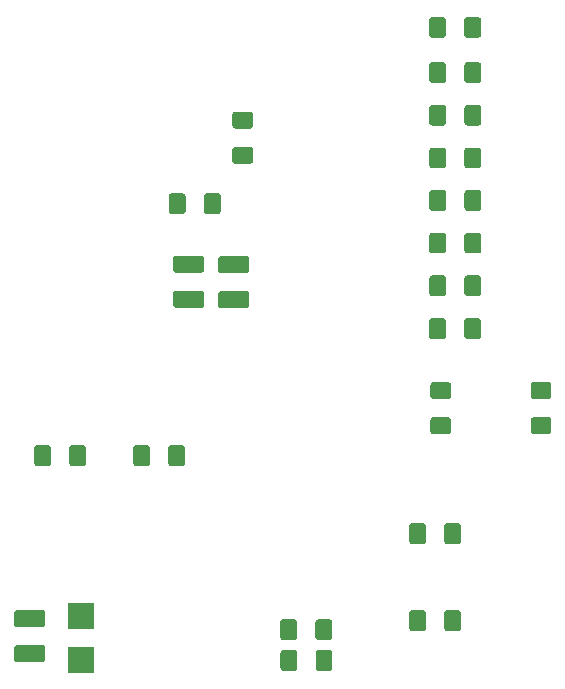
<source format=gbr>
%TF.GenerationSoftware,KiCad,Pcbnew,5.0.2-bee76a0~70~ubuntu18.04.1*%
%TF.CreationDate,2019-03-25T11:44:11-07:00*%
%TF.ProjectId,Pi_Breakout_Board,50695f42-7265-4616-9b6f-75745f426f61,rev?*%
%TF.SameCoordinates,Original*%
%TF.FileFunction,Paste,Bot*%
%TF.FilePolarity,Positive*%
%FSLAX46Y46*%
G04 Gerber Fmt 4.6, Leading zero omitted, Abs format (unit mm)*
G04 Created by KiCad (PCBNEW 5.0.2-bee76a0~70~ubuntu18.04.1) date Mon 25 Mar 2019 11:44:11 AM PDT*
%MOMM*%
%LPD*%
G01*
G04 APERTURE LIST*
%ADD10C,0.100000*%
%ADD11C,1.425000*%
%ADD12R,2.184400X2.184400*%
G04 APERTURE END LIST*
D10*
%TO.C,C6*%
G36*
X73235504Y-110504204D02*
X73259773Y-110507804D01*
X73283571Y-110513765D01*
X73306671Y-110522030D01*
X73328849Y-110532520D01*
X73349893Y-110545133D01*
X73369598Y-110559747D01*
X73387777Y-110576223D01*
X73404253Y-110594402D01*
X73418867Y-110614107D01*
X73431480Y-110635151D01*
X73441970Y-110657329D01*
X73450235Y-110680429D01*
X73456196Y-110704227D01*
X73459796Y-110728496D01*
X73461000Y-110753000D01*
X73461000Y-111678000D01*
X73459796Y-111702504D01*
X73456196Y-111726773D01*
X73450235Y-111750571D01*
X73441970Y-111773671D01*
X73431480Y-111795849D01*
X73418867Y-111816893D01*
X73404253Y-111836598D01*
X73387777Y-111854777D01*
X73369598Y-111871253D01*
X73349893Y-111885867D01*
X73328849Y-111898480D01*
X73306671Y-111908970D01*
X73283571Y-111917235D01*
X73259773Y-111923196D01*
X73235504Y-111926796D01*
X73211000Y-111928000D01*
X71061000Y-111928000D01*
X71036496Y-111926796D01*
X71012227Y-111923196D01*
X70988429Y-111917235D01*
X70965329Y-111908970D01*
X70943151Y-111898480D01*
X70922107Y-111885867D01*
X70902402Y-111871253D01*
X70884223Y-111854777D01*
X70867747Y-111836598D01*
X70853133Y-111816893D01*
X70840520Y-111795849D01*
X70830030Y-111773671D01*
X70821765Y-111750571D01*
X70815804Y-111726773D01*
X70812204Y-111702504D01*
X70811000Y-111678000D01*
X70811000Y-110753000D01*
X70812204Y-110728496D01*
X70815804Y-110704227D01*
X70821765Y-110680429D01*
X70830030Y-110657329D01*
X70840520Y-110635151D01*
X70853133Y-110614107D01*
X70867747Y-110594402D01*
X70884223Y-110576223D01*
X70902402Y-110559747D01*
X70922107Y-110545133D01*
X70943151Y-110532520D01*
X70965329Y-110522030D01*
X70988429Y-110513765D01*
X71012227Y-110507804D01*
X71036496Y-110504204D01*
X71061000Y-110503000D01*
X73211000Y-110503000D01*
X73235504Y-110504204D01*
X73235504Y-110504204D01*
G37*
D11*
X72136000Y-111215500D03*
D10*
G36*
X73235504Y-107529204D02*
X73259773Y-107532804D01*
X73283571Y-107538765D01*
X73306671Y-107547030D01*
X73328849Y-107557520D01*
X73349893Y-107570133D01*
X73369598Y-107584747D01*
X73387777Y-107601223D01*
X73404253Y-107619402D01*
X73418867Y-107639107D01*
X73431480Y-107660151D01*
X73441970Y-107682329D01*
X73450235Y-107705429D01*
X73456196Y-107729227D01*
X73459796Y-107753496D01*
X73461000Y-107778000D01*
X73461000Y-108703000D01*
X73459796Y-108727504D01*
X73456196Y-108751773D01*
X73450235Y-108775571D01*
X73441970Y-108798671D01*
X73431480Y-108820849D01*
X73418867Y-108841893D01*
X73404253Y-108861598D01*
X73387777Y-108879777D01*
X73369598Y-108896253D01*
X73349893Y-108910867D01*
X73328849Y-108923480D01*
X73306671Y-108933970D01*
X73283571Y-108942235D01*
X73259773Y-108948196D01*
X73235504Y-108951796D01*
X73211000Y-108953000D01*
X71061000Y-108953000D01*
X71036496Y-108951796D01*
X71012227Y-108948196D01*
X70988429Y-108942235D01*
X70965329Y-108933970D01*
X70943151Y-108923480D01*
X70922107Y-108910867D01*
X70902402Y-108896253D01*
X70884223Y-108879777D01*
X70867747Y-108861598D01*
X70853133Y-108841893D01*
X70840520Y-108820849D01*
X70830030Y-108798671D01*
X70821765Y-108775571D01*
X70815804Y-108751773D01*
X70812204Y-108727504D01*
X70811000Y-108703000D01*
X70811000Y-107778000D01*
X70812204Y-107753496D01*
X70815804Y-107729227D01*
X70821765Y-107705429D01*
X70830030Y-107682329D01*
X70840520Y-107660151D01*
X70853133Y-107639107D01*
X70867747Y-107619402D01*
X70884223Y-107601223D01*
X70902402Y-107584747D01*
X70922107Y-107570133D01*
X70943151Y-107557520D01*
X70965329Y-107547030D01*
X70988429Y-107538765D01*
X71012227Y-107532804D01*
X71036496Y-107529204D01*
X71061000Y-107528000D01*
X73211000Y-107528000D01*
X73235504Y-107529204D01*
X73235504Y-107529204D01*
G37*
D11*
X72136000Y-108240500D03*
%TD*%
D10*
%TO.C,C7*%
G36*
X77045504Y-107565704D02*
X77069773Y-107569304D01*
X77093571Y-107575265D01*
X77116671Y-107583530D01*
X77138849Y-107594020D01*
X77159893Y-107606633D01*
X77179598Y-107621247D01*
X77197777Y-107637723D01*
X77214253Y-107655902D01*
X77228867Y-107675607D01*
X77241480Y-107696651D01*
X77251970Y-107718829D01*
X77260235Y-107741929D01*
X77266196Y-107765727D01*
X77269796Y-107789996D01*
X77271000Y-107814500D01*
X77271000Y-108739500D01*
X77269796Y-108764004D01*
X77266196Y-108788273D01*
X77260235Y-108812071D01*
X77251970Y-108835171D01*
X77241480Y-108857349D01*
X77228867Y-108878393D01*
X77214253Y-108898098D01*
X77197777Y-108916277D01*
X77179598Y-108932753D01*
X77159893Y-108947367D01*
X77138849Y-108959980D01*
X77116671Y-108970470D01*
X77093571Y-108978735D01*
X77069773Y-108984696D01*
X77045504Y-108988296D01*
X77021000Y-108989500D01*
X74871000Y-108989500D01*
X74846496Y-108988296D01*
X74822227Y-108984696D01*
X74798429Y-108978735D01*
X74775329Y-108970470D01*
X74753151Y-108959980D01*
X74732107Y-108947367D01*
X74712402Y-108932753D01*
X74694223Y-108916277D01*
X74677747Y-108898098D01*
X74663133Y-108878393D01*
X74650520Y-108857349D01*
X74640030Y-108835171D01*
X74631765Y-108812071D01*
X74625804Y-108788273D01*
X74622204Y-108764004D01*
X74621000Y-108739500D01*
X74621000Y-107814500D01*
X74622204Y-107789996D01*
X74625804Y-107765727D01*
X74631765Y-107741929D01*
X74640030Y-107718829D01*
X74650520Y-107696651D01*
X74663133Y-107675607D01*
X74677747Y-107655902D01*
X74694223Y-107637723D01*
X74712402Y-107621247D01*
X74732107Y-107606633D01*
X74753151Y-107594020D01*
X74775329Y-107583530D01*
X74798429Y-107575265D01*
X74822227Y-107569304D01*
X74846496Y-107565704D01*
X74871000Y-107564500D01*
X77021000Y-107564500D01*
X77045504Y-107565704D01*
X77045504Y-107565704D01*
G37*
D11*
X75946000Y-108277000D03*
D10*
G36*
X77045504Y-110540704D02*
X77069773Y-110544304D01*
X77093571Y-110550265D01*
X77116671Y-110558530D01*
X77138849Y-110569020D01*
X77159893Y-110581633D01*
X77179598Y-110596247D01*
X77197777Y-110612723D01*
X77214253Y-110630902D01*
X77228867Y-110650607D01*
X77241480Y-110671651D01*
X77251970Y-110693829D01*
X77260235Y-110716929D01*
X77266196Y-110740727D01*
X77269796Y-110764996D01*
X77271000Y-110789500D01*
X77271000Y-111714500D01*
X77269796Y-111739004D01*
X77266196Y-111763273D01*
X77260235Y-111787071D01*
X77251970Y-111810171D01*
X77241480Y-111832349D01*
X77228867Y-111853393D01*
X77214253Y-111873098D01*
X77197777Y-111891277D01*
X77179598Y-111907753D01*
X77159893Y-111922367D01*
X77138849Y-111934980D01*
X77116671Y-111945470D01*
X77093571Y-111953735D01*
X77069773Y-111959696D01*
X77045504Y-111963296D01*
X77021000Y-111964500D01*
X74871000Y-111964500D01*
X74846496Y-111963296D01*
X74822227Y-111959696D01*
X74798429Y-111953735D01*
X74775329Y-111945470D01*
X74753151Y-111934980D01*
X74732107Y-111922367D01*
X74712402Y-111907753D01*
X74694223Y-111891277D01*
X74677747Y-111873098D01*
X74663133Y-111853393D01*
X74650520Y-111832349D01*
X74640030Y-111810171D01*
X74631765Y-111787071D01*
X74625804Y-111763273D01*
X74622204Y-111739004D01*
X74621000Y-111714500D01*
X74621000Y-110789500D01*
X74622204Y-110764996D01*
X74625804Y-110740727D01*
X74631765Y-110716929D01*
X74640030Y-110693829D01*
X74650520Y-110671651D01*
X74663133Y-110650607D01*
X74677747Y-110630902D01*
X74694223Y-110612723D01*
X74712402Y-110596247D01*
X74732107Y-110581633D01*
X74753151Y-110569020D01*
X74775329Y-110558530D01*
X74798429Y-110550265D01*
X74822227Y-110544304D01*
X74846496Y-110540704D01*
X74871000Y-110539500D01*
X77021000Y-110539500D01*
X77045504Y-110540704D01*
X77045504Y-110540704D01*
G37*
D11*
X75946000Y-111252000D03*
%TD*%
D10*
%TO.C,C10*%
G36*
X59773503Y-140512704D02*
X59797772Y-140516304D01*
X59821570Y-140522265D01*
X59844670Y-140530530D01*
X59866848Y-140541020D01*
X59887892Y-140553633D01*
X59907597Y-140568247D01*
X59925776Y-140584723D01*
X59942252Y-140602902D01*
X59956866Y-140622607D01*
X59969479Y-140643651D01*
X59979969Y-140665829D01*
X59988234Y-140688929D01*
X59994195Y-140712727D01*
X59997795Y-140736996D01*
X59998999Y-140761500D01*
X59998999Y-141686500D01*
X59997795Y-141711004D01*
X59994195Y-141735273D01*
X59988234Y-141759071D01*
X59979969Y-141782171D01*
X59969479Y-141804349D01*
X59956866Y-141825393D01*
X59942252Y-141845098D01*
X59925776Y-141863277D01*
X59907597Y-141879753D01*
X59887892Y-141894367D01*
X59866848Y-141906980D01*
X59844670Y-141917470D01*
X59821570Y-141925735D01*
X59797772Y-141931696D01*
X59773503Y-141935296D01*
X59748999Y-141936500D01*
X57598999Y-141936500D01*
X57574495Y-141935296D01*
X57550226Y-141931696D01*
X57526428Y-141925735D01*
X57503328Y-141917470D01*
X57481150Y-141906980D01*
X57460106Y-141894367D01*
X57440401Y-141879753D01*
X57422222Y-141863277D01*
X57405746Y-141845098D01*
X57391132Y-141825393D01*
X57378519Y-141804349D01*
X57368029Y-141782171D01*
X57359764Y-141759071D01*
X57353803Y-141735273D01*
X57350203Y-141711004D01*
X57348999Y-141686500D01*
X57348999Y-140761500D01*
X57350203Y-140736996D01*
X57353803Y-140712727D01*
X57359764Y-140688929D01*
X57368029Y-140665829D01*
X57378519Y-140643651D01*
X57391132Y-140622607D01*
X57405746Y-140602902D01*
X57422222Y-140584723D01*
X57440401Y-140568247D01*
X57460106Y-140553633D01*
X57481150Y-140541020D01*
X57503328Y-140530530D01*
X57526428Y-140522265D01*
X57550226Y-140516304D01*
X57574495Y-140512704D01*
X57598999Y-140511500D01*
X59748999Y-140511500D01*
X59773503Y-140512704D01*
X59773503Y-140512704D01*
G37*
D11*
X58673999Y-141224000D03*
D10*
G36*
X59773503Y-137537704D02*
X59797772Y-137541304D01*
X59821570Y-137547265D01*
X59844670Y-137555530D01*
X59866848Y-137566020D01*
X59887892Y-137578633D01*
X59907597Y-137593247D01*
X59925776Y-137609723D01*
X59942252Y-137627902D01*
X59956866Y-137647607D01*
X59969479Y-137668651D01*
X59979969Y-137690829D01*
X59988234Y-137713929D01*
X59994195Y-137737727D01*
X59997795Y-137761996D01*
X59998999Y-137786500D01*
X59998999Y-138711500D01*
X59997795Y-138736004D01*
X59994195Y-138760273D01*
X59988234Y-138784071D01*
X59979969Y-138807171D01*
X59969479Y-138829349D01*
X59956866Y-138850393D01*
X59942252Y-138870098D01*
X59925776Y-138888277D01*
X59907597Y-138904753D01*
X59887892Y-138919367D01*
X59866848Y-138931980D01*
X59844670Y-138942470D01*
X59821570Y-138950735D01*
X59797772Y-138956696D01*
X59773503Y-138960296D01*
X59748999Y-138961500D01*
X57598999Y-138961500D01*
X57574495Y-138960296D01*
X57550226Y-138956696D01*
X57526428Y-138950735D01*
X57503328Y-138942470D01*
X57481150Y-138931980D01*
X57460106Y-138919367D01*
X57440401Y-138904753D01*
X57422222Y-138888277D01*
X57405746Y-138870098D01*
X57391132Y-138850393D01*
X57378519Y-138829349D01*
X57368029Y-138807171D01*
X57359764Y-138784071D01*
X57353803Y-138760273D01*
X57350203Y-138736004D01*
X57348999Y-138711500D01*
X57348999Y-137786500D01*
X57350203Y-137761996D01*
X57353803Y-137737727D01*
X57359764Y-137713929D01*
X57368029Y-137690829D01*
X57378519Y-137668651D01*
X57391132Y-137647607D01*
X57405746Y-137627902D01*
X57422222Y-137609723D01*
X57440401Y-137593247D01*
X57460106Y-137578633D01*
X57481150Y-137566020D01*
X57503328Y-137555530D01*
X57526428Y-137547265D01*
X57550226Y-137541304D01*
X57574495Y-137537704D01*
X57598999Y-137536500D01*
X59748999Y-137536500D01*
X59773503Y-137537704D01*
X59773503Y-137537704D01*
G37*
D11*
X58673999Y-138249000D03*
%TD*%
D10*
%TO.C,R8*%
G36*
X77357504Y-98312204D02*
X77381773Y-98315804D01*
X77405571Y-98321765D01*
X77428671Y-98330030D01*
X77450849Y-98340520D01*
X77471893Y-98353133D01*
X77491598Y-98367747D01*
X77509777Y-98384223D01*
X77526253Y-98402402D01*
X77540867Y-98422107D01*
X77553480Y-98443151D01*
X77563970Y-98465329D01*
X77572235Y-98488429D01*
X77578196Y-98512227D01*
X77581796Y-98536496D01*
X77583000Y-98561000D01*
X77583000Y-99486000D01*
X77581796Y-99510504D01*
X77578196Y-99534773D01*
X77572235Y-99558571D01*
X77563970Y-99581671D01*
X77553480Y-99603849D01*
X77540867Y-99624893D01*
X77526253Y-99644598D01*
X77509777Y-99662777D01*
X77491598Y-99679253D01*
X77471893Y-99693867D01*
X77450849Y-99706480D01*
X77428671Y-99716970D01*
X77405571Y-99725235D01*
X77381773Y-99731196D01*
X77357504Y-99734796D01*
X77333000Y-99736000D01*
X76083000Y-99736000D01*
X76058496Y-99734796D01*
X76034227Y-99731196D01*
X76010429Y-99725235D01*
X75987329Y-99716970D01*
X75965151Y-99706480D01*
X75944107Y-99693867D01*
X75924402Y-99679253D01*
X75906223Y-99662777D01*
X75889747Y-99644598D01*
X75875133Y-99624893D01*
X75862520Y-99603849D01*
X75852030Y-99581671D01*
X75843765Y-99558571D01*
X75837804Y-99534773D01*
X75834204Y-99510504D01*
X75833000Y-99486000D01*
X75833000Y-98561000D01*
X75834204Y-98536496D01*
X75837804Y-98512227D01*
X75843765Y-98488429D01*
X75852030Y-98465329D01*
X75862520Y-98443151D01*
X75875133Y-98422107D01*
X75889747Y-98402402D01*
X75906223Y-98384223D01*
X75924402Y-98367747D01*
X75944107Y-98353133D01*
X75965151Y-98340520D01*
X75987329Y-98330030D01*
X76010429Y-98321765D01*
X76034227Y-98315804D01*
X76058496Y-98312204D01*
X76083000Y-98311000D01*
X77333000Y-98311000D01*
X77357504Y-98312204D01*
X77357504Y-98312204D01*
G37*
D11*
X76708000Y-99023500D03*
D10*
G36*
X77357504Y-95337204D02*
X77381773Y-95340804D01*
X77405571Y-95346765D01*
X77428671Y-95355030D01*
X77450849Y-95365520D01*
X77471893Y-95378133D01*
X77491598Y-95392747D01*
X77509777Y-95409223D01*
X77526253Y-95427402D01*
X77540867Y-95447107D01*
X77553480Y-95468151D01*
X77563970Y-95490329D01*
X77572235Y-95513429D01*
X77578196Y-95537227D01*
X77581796Y-95561496D01*
X77583000Y-95586000D01*
X77583000Y-96511000D01*
X77581796Y-96535504D01*
X77578196Y-96559773D01*
X77572235Y-96583571D01*
X77563970Y-96606671D01*
X77553480Y-96628849D01*
X77540867Y-96649893D01*
X77526253Y-96669598D01*
X77509777Y-96687777D01*
X77491598Y-96704253D01*
X77471893Y-96718867D01*
X77450849Y-96731480D01*
X77428671Y-96741970D01*
X77405571Y-96750235D01*
X77381773Y-96756196D01*
X77357504Y-96759796D01*
X77333000Y-96761000D01*
X76083000Y-96761000D01*
X76058496Y-96759796D01*
X76034227Y-96756196D01*
X76010429Y-96750235D01*
X75987329Y-96741970D01*
X75965151Y-96731480D01*
X75944107Y-96718867D01*
X75924402Y-96704253D01*
X75906223Y-96687777D01*
X75889747Y-96669598D01*
X75875133Y-96649893D01*
X75862520Y-96628849D01*
X75852030Y-96606671D01*
X75843765Y-96583571D01*
X75837804Y-96559773D01*
X75834204Y-96535504D01*
X75833000Y-96511000D01*
X75833000Y-95586000D01*
X75834204Y-95561496D01*
X75837804Y-95537227D01*
X75843765Y-95513429D01*
X75852030Y-95490329D01*
X75862520Y-95468151D01*
X75875133Y-95447107D01*
X75889747Y-95427402D01*
X75906223Y-95409223D01*
X75924402Y-95392747D01*
X75944107Y-95378133D01*
X75965151Y-95365520D01*
X75987329Y-95355030D01*
X76010429Y-95346765D01*
X76034227Y-95340804D01*
X76058496Y-95337204D01*
X76083000Y-95336000D01*
X77333000Y-95336000D01*
X77357504Y-95337204D01*
X77357504Y-95337204D01*
G37*
D11*
X76708000Y-96048500D03*
%TD*%
D10*
%TO.C,R10*%
G36*
X71607004Y-123586204D02*
X71631273Y-123589804D01*
X71655071Y-123595765D01*
X71678171Y-123604030D01*
X71700349Y-123614520D01*
X71721393Y-123627133D01*
X71741098Y-123641747D01*
X71759277Y-123658223D01*
X71775753Y-123676402D01*
X71790367Y-123696107D01*
X71802980Y-123717151D01*
X71813470Y-123739329D01*
X71821735Y-123762429D01*
X71827696Y-123786227D01*
X71831296Y-123810496D01*
X71832500Y-123835000D01*
X71832500Y-125085000D01*
X71831296Y-125109504D01*
X71827696Y-125133773D01*
X71821735Y-125157571D01*
X71813470Y-125180671D01*
X71802980Y-125202849D01*
X71790367Y-125223893D01*
X71775753Y-125243598D01*
X71759277Y-125261777D01*
X71741098Y-125278253D01*
X71721393Y-125292867D01*
X71700349Y-125305480D01*
X71678171Y-125315970D01*
X71655071Y-125324235D01*
X71631273Y-125330196D01*
X71607004Y-125333796D01*
X71582500Y-125335000D01*
X70657500Y-125335000D01*
X70632996Y-125333796D01*
X70608727Y-125330196D01*
X70584929Y-125324235D01*
X70561829Y-125315970D01*
X70539651Y-125305480D01*
X70518607Y-125292867D01*
X70498902Y-125278253D01*
X70480723Y-125261777D01*
X70464247Y-125243598D01*
X70449633Y-125223893D01*
X70437020Y-125202849D01*
X70426530Y-125180671D01*
X70418265Y-125157571D01*
X70412304Y-125133773D01*
X70408704Y-125109504D01*
X70407500Y-125085000D01*
X70407500Y-123835000D01*
X70408704Y-123810496D01*
X70412304Y-123786227D01*
X70418265Y-123762429D01*
X70426530Y-123739329D01*
X70437020Y-123717151D01*
X70449633Y-123696107D01*
X70464247Y-123676402D01*
X70480723Y-123658223D01*
X70498902Y-123641747D01*
X70518607Y-123627133D01*
X70539651Y-123614520D01*
X70561829Y-123604030D01*
X70584929Y-123595765D01*
X70608727Y-123589804D01*
X70632996Y-123586204D01*
X70657500Y-123585000D01*
X71582500Y-123585000D01*
X71607004Y-123586204D01*
X71607004Y-123586204D01*
G37*
D11*
X71120000Y-124460000D03*
D10*
G36*
X68632004Y-123586204D02*
X68656273Y-123589804D01*
X68680071Y-123595765D01*
X68703171Y-123604030D01*
X68725349Y-123614520D01*
X68746393Y-123627133D01*
X68766098Y-123641747D01*
X68784277Y-123658223D01*
X68800753Y-123676402D01*
X68815367Y-123696107D01*
X68827980Y-123717151D01*
X68838470Y-123739329D01*
X68846735Y-123762429D01*
X68852696Y-123786227D01*
X68856296Y-123810496D01*
X68857500Y-123835000D01*
X68857500Y-125085000D01*
X68856296Y-125109504D01*
X68852696Y-125133773D01*
X68846735Y-125157571D01*
X68838470Y-125180671D01*
X68827980Y-125202849D01*
X68815367Y-125223893D01*
X68800753Y-125243598D01*
X68784277Y-125261777D01*
X68766098Y-125278253D01*
X68746393Y-125292867D01*
X68725349Y-125305480D01*
X68703171Y-125315970D01*
X68680071Y-125324235D01*
X68656273Y-125330196D01*
X68632004Y-125333796D01*
X68607500Y-125335000D01*
X67682500Y-125335000D01*
X67657996Y-125333796D01*
X67633727Y-125330196D01*
X67609929Y-125324235D01*
X67586829Y-125315970D01*
X67564651Y-125305480D01*
X67543607Y-125292867D01*
X67523902Y-125278253D01*
X67505723Y-125261777D01*
X67489247Y-125243598D01*
X67474633Y-125223893D01*
X67462020Y-125202849D01*
X67451530Y-125180671D01*
X67443265Y-125157571D01*
X67437304Y-125133773D01*
X67433704Y-125109504D01*
X67432500Y-125085000D01*
X67432500Y-123835000D01*
X67433704Y-123810496D01*
X67437304Y-123786227D01*
X67443265Y-123762429D01*
X67451530Y-123739329D01*
X67462020Y-123717151D01*
X67474633Y-123696107D01*
X67489247Y-123676402D01*
X67505723Y-123658223D01*
X67523902Y-123641747D01*
X67543607Y-123627133D01*
X67564651Y-123614520D01*
X67586829Y-123604030D01*
X67609929Y-123595765D01*
X67633727Y-123589804D01*
X67657996Y-123586204D01*
X67682500Y-123585000D01*
X68607500Y-123585000D01*
X68632004Y-123586204D01*
X68632004Y-123586204D01*
G37*
D11*
X68145000Y-124460000D03*
%TD*%
D10*
%TO.C,R11*%
G36*
X71643504Y-102250204D02*
X71667773Y-102253804D01*
X71691571Y-102259765D01*
X71714671Y-102268030D01*
X71736849Y-102278520D01*
X71757893Y-102291133D01*
X71777598Y-102305747D01*
X71795777Y-102322223D01*
X71812253Y-102340402D01*
X71826867Y-102360107D01*
X71839480Y-102381151D01*
X71849970Y-102403329D01*
X71858235Y-102426429D01*
X71864196Y-102450227D01*
X71867796Y-102474496D01*
X71869000Y-102499000D01*
X71869000Y-103749000D01*
X71867796Y-103773504D01*
X71864196Y-103797773D01*
X71858235Y-103821571D01*
X71849970Y-103844671D01*
X71839480Y-103866849D01*
X71826867Y-103887893D01*
X71812253Y-103907598D01*
X71795777Y-103925777D01*
X71777598Y-103942253D01*
X71757893Y-103956867D01*
X71736849Y-103969480D01*
X71714671Y-103979970D01*
X71691571Y-103988235D01*
X71667773Y-103994196D01*
X71643504Y-103997796D01*
X71619000Y-103999000D01*
X70694000Y-103999000D01*
X70669496Y-103997796D01*
X70645227Y-103994196D01*
X70621429Y-103988235D01*
X70598329Y-103979970D01*
X70576151Y-103969480D01*
X70555107Y-103956867D01*
X70535402Y-103942253D01*
X70517223Y-103925777D01*
X70500747Y-103907598D01*
X70486133Y-103887893D01*
X70473520Y-103866849D01*
X70463030Y-103844671D01*
X70454765Y-103821571D01*
X70448804Y-103797773D01*
X70445204Y-103773504D01*
X70444000Y-103749000D01*
X70444000Y-102499000D01*
X70445204Y-102474496D01*
X70448804Y-102450227D01*
X70454765Y-102426429D01*
X70463030Y-102403329D01*
X70473520Y-102381151D01*
X70486133Y-102360107D01*
X70500747Y-102340402D01*
X70517223Y-102322223D01*
X70535402Y-102305747D01*
X70555107Y-102291133D01*
X70576151Y-102278520D01*
X70598329Y-102268030D01*
X70621429Y-102259765D01*
X70645227Y-102253804D01*
X70669496Y-102250204D01*
X70694000Y-102249000D01*
X71619000Y-102249000D01*
X71643504Y-102250204D01*
X71643504Y-102250204D01*
G37*
D11*
X71156500Y-103124000D03*
D10*
G36*
X74618504Y-102250204D02*
X74642773Y-102253804D01*
X74666571Y-102259765D01*
X74689671Y-102268030D01*
X74711849Y-102278520D01*
X74732893Y-102291133D01*
X74752598Y-102305747D01*
X74770777Y-102322223D01*
X74787253Y-102340402D01*
X74801867Y-102360107D01*
X74814480Y-102381151D01*
X74824970Y-102403329D01*
X74833235Y-102426429D01*
X74839196Y-102450227D01*
X74842796Y-102474496D01*
X74844000Y-102499000D01*
X74844000Y-103749000D01*
X74842796Y-103773504D01*
X74839196Y-103797773D01*
X74833235Y-103821571D01*
X74824970Y-103844671D01*
X74814480Y-103866849D01*
X74801867Y-103887893D01*
X74787253Y-103907598D01*
X74770777Y-103925777D01*
X74752598Y-103942253D01*
X74732893Y-103956867D01*
X74711849Y-103969480D01*
X74689671Y-103979970D01*
X74666571Y-103988235D01*
X74642773Y-103994196D01*
X74618504Y-103997796D01*
X74594000Y-103999000D01*
X73669000Y-103999000D01*
X73644496Y-103997796D01*
X73620227Y-103994196D01*
X73596429Y-103988235D01*
X73573329Y-103979970D01*
X73551151Y-103969480D01*
X73530107Y-103956867D01*
X73510402Y-103942253D01*
X73492223Y-103925777D01*
X73475747Y-103907598D01*
X73461133Y-103887893D01*
X73448520Y-103866849D01*
X73438030Y-103844671D01*
X73429765Y-103821571D01*
X73423804Y-103797773D01*
X73420204Y-103773504D01*
X73419000Y-103749000D01*
X73419000Y-102499000D01*
X73420204Y-102474496D01*
X73423804Y-102450227D01*
X73429765Y-102426429D01*
X73438030Y-102403329D01*
X73448520Y-102381151D01*
X73461133Y-102360107D01*
X73475747Y-102340402D01*
X73492223Y-102322223D01*
X73510402Y-102305747D01*
X73530107Y-102291133D01*
X73551151Y-102278520D01*
X73573329Y-102268030D01*
X73596429Y-102259765D01*
X73620227Y-102253804D01*
X73644496Y-102250204D01*
X73669000Y-102249000D01*
X74594000Y-102249000D01*
X74618504Y-102250204D01*
X74618504Y-102250204D01*
G37*
D11*
X74131500Y-103124000D03*
%TD*%
D10*
%TO.C,R13*%
G36*
X63225004Y-123586204D02*
X63249273Y-123589804D01*
X63273071Y-123595765D01*
X63296171Y-123604030D01*
X63318349Y-123614520D01*
X63339393Y-123627133D01*
X63359098Y-123641747D01*
X63377277Y-123658223D01*
X63393753Y-123676402D01*
X63408367Y-123696107D01*
X63420980Y-123717151D01*
X63431470Y-123739329D01*
X63439735Y-123762429D01*
X63445696Y-123786227D01*
X63449296Y-123810496D01*
X63450500Y-123835000D01*
X63450500Y-125085000D01*
X63449296Y-125109504D01*
X63445696Y-125133773D01*
X63439735Y-125157571D01*
X63431470Y-125180671D01*
X63420980Y-125202849D01*
X63408367Y-125223893D01*
X63393753Y-125243598D01*
X63377277Y-125261777D01*
X63359098Y-125278253D01*
X63339393Y-125292867D01*
X63318349Y-125305480D01*
X63296171Y-125315970D01*
X63273071Y-125324235D01*
X63249273Y-125330196D01*
X63225004Y-125333796D01*
X63200500Y-125335000D01*
X62275500Y-125335000D01*
X62250996Y-125333796D01*
X62226727Y-125330196D01*
X62202929Y-125324235D01*
X62179829Y-125315970D01*
X62157651Y-125305480D01*
X62136607Y-125292867D01*
X62116902Y-125278253D01*
X62098723Y-125261777D01*
X62082247Y-125243598D01*
X62067633Y-125223893D01*
X62055020Y-125202849D01*
X62044530Y-125180671D01*
X62036265Y-125157571D01*
X62030304Y-125133773D01*
X62026704Y-125109504D01*
X62025500Y-125085000D01*
X62025500Y-123835000D01*
X62026704Y-123810496D01*
X62030304Y-123786227D01*
X62036265Y-123762429D01*
X62044530Y-123739329D01*
X62055020Y-123717151D01*
X62067633Y-123696107D01*
X62082247Y-123676402D01*
X62098723Y-123658223D01*
X62116902Y-123641747D01*
X62136607Y-123627133D01*
X62157651Y-123614520D01*
X62179829Y-123604030D01*
X62202929Y-123595765D01*
X62226727Y-123589804D01*
X62250996Y-123586204D01*
X62275500Y-123585000D01*
X63200500Y-123585000D01*
X63225004Y-123586204D01*
X63225004Y-123586204D01*
G37*
D11*
X62738000Y-124460000D03*
D10*
G36*
X60250004Y-123586204D02*
X60274273Y-123589804D01*
X60298071Y-123595765D01*
X60321171Y-123604030D01*
X60343349Y-123614520D01*
X60364393Y-123627133D01*
X60384098Y-123641747D01*
X60402277Y-123658223D01*
X60418753Y-123676402D01*
X60433367Y-123696107D01*
X60445980Y-123717151D01*
X60456470Y-123739329D01*
X60464735Y-123762429D01*
X60470696Y-123786227D01*
X60474296Y-123810496D01*
X60475500Y-123835000D01*
X60475500Y-125085000D01*
X60474296Y-125109504D01*
X60470696Y-125133773D01*
X60464735Y-125157571D01*
X60456470Y-125180671D01*
X60445980Y-125202849D01*
X60433367Y-125223893D01*
X60418753Y-125243598D01*
X60402277Y-125261777D01*
X60384098Y-125278253D01*
X60364393Y-125292867D01*
X60343349Y-125305480D01*
X60321171Y-125315970D01*
X60298071Y-125324235D01*
X60274273Y-125330196D01*
X60250004Y-125333796D01*
X60225500Y-125335000D01*
X59300500Y-125335000D01*
X59275996Y-125333796D01*
X59251727Y-125330196D01*
X59227929Y-125324235D01*
X59204829Y-125315970D01*
X59182651Y-125305480D01*
X59161607Y-125292867D01*
X59141902Y-125278253D01*
X59123723Y-125261777D01*
X59107247Y-125243598D01*
X59092633Y-125223893D01*
X59080020Y-125202849D01*
X59069530Y-125180671D01*
X59061265Y-125157571D01*
X59055304Y-125133773D01*
X59051704Y-125109504D01*
X59050500Y-125085000D01*
X59050500Y-123835000D01*
X59051704Y-123810496D01*
X59055304Y-123786227D01*
X59061265Y-123762429D01*
X59069530Y-123739329D01*
X59080020Y-123717151D01*
X59092633Y-123696107D01*
X59107247Y-123676402D01*
X59123723Y-123658223D01*
X59141902Y-123641747D01*
X59161607Y-123627133D01*
X59182651Y-123614520D01*
X59204829Y-123604030D01*
X59227929Y-123595765D01*
X59251727Y-123589804D01*
X59275996Y-123586204D01*
X59300500Y-123585000D01*
X60225500Y-123585000D01*
X60250004Y-123586204D01*
X60250004Y-123586204D01*
G37*
D11*
X59763000Y-124460000D03*
%TD*%
D10*
%TO.C,R15*%
G36*
X102624504Y-121208704D02*
X102648773Y-121212304D01*
X102672571Y-121218265D01*
X102695671Y-121226530D01*
X102717849Y-121237020D01*
X102738893Y-121249633D01*
X102758598Y-121264247D01*
X102776777Y-121280723D01*
X102793253Y-121298902D01*
X102807867Y-121318607D01*
X102820480Y-121339651D01*
X102830970Y-121361829D01*
X102839235Y-121384929D01*
X102845196Y-121408727D01*
X102848796Y-121432996D01*
X102850000Y-121457500D01*
X102850000Y-122382500D01*
X102848796Y-122407004D01*
X102845196Y-122431273D01*
X102839235Y-122455071D01*
X102830970Y-122478171D01*
X102820480Y-122500349D01*
X102807867Y-122521393D01*
X102793253Y-122541098D01*
X102776777Y-122559277D01*
X102758598Y-122575753D01*
X102738893Y-122590367D01*
X102717849Y-122602980D01*
X102695671Y-122613470D01*
X102672571Y-122621735D01*
X102648773Y-122627696D01*
X102624504Y-122631296D01*
X102600000Y-122632500D01*
X101350000Y-122632500D01*
X101325496Y-122631296D01*
X101301227Y-122627696D01*
X101277429Y-122621735D01*
X101254329Y-122613470D01*
X101232151Y-122602980D01*
X101211107Y-122590367D01*
X101191402Y-122575753D01*
X101173223Y-122559277D01*
X101156747Y-122541098D01*
X101142133Y-122521393D01*
X101129520Y-122500349D01*
X101119030Y-122478171D01*
X101110765Y-122455071D01*
X101104804Y-122431273D01*
X101101204Y-122407004D01*
X101100000Y-122382500D01*
X101100000Y-121457500D01*
X101101204Y-121432996D01*
X101104804Y-121408727D01*
X101110765Y-121384929D01*
X101119030Y-121361829D01*
X101129520Y-121339651D01*
X101142133Y-121318607D01*
X101156747Y-121298902D01*
X101173223Y-121280723D01*
X101191402Y-121264247D01*
X101211107Y-121249633D01*
X101232151Y-121237020D01*
X101254329Y-121226530D01*
X101277429Y-121218265D01*
X101301227Y-121212304D01*
X101325496Y-121208704D01*
X101350000Y-121207500D01*
X102600000Y-121207500D01*
X102624504Y-121208704D01*
X102624504Y-121208704D01*
G37*
D11*
X101975000Y-121920000D03*
D10*
G36*
X102624504Y-118233704D02*
X102648773Y-118237304D01*
X102672571Y-118243265D01*
X102695671Y-118251530D01*
X102717849Y-118262020D01*
X102738893Y-118274633D01*
X102758598Y-118289247D01*
X102776777Y-118305723D01*
X102793253Y-118323902D01*
X102807867Y-118343607D01*
X102820480Y-118364651D01*
X102830970Y-118386829D01*
X102839235Y-118409929D01*
X102845196Y-118433727D01*
X102848796Y-118457996D01*
X102850000Y-118482500D01*
X102850000Y-119407500D01*
X102848796Y-119432004D01*
X102845196Y-119456273D01*
X102839235Y-119480071D01*
X102830970Y-119503171D01*
X102820480Y-119525349D01*
X102807867Y-119546393D01*
X102793253Y-119566098D01*
X102776777Y-119584277D01*
X102758598Y-119600753D01*
X102738893Y-119615367D01*
X102717849Y-119627980D01*
X102695671Y-119638470D01*
X102672571Y-119646735D01*
X102648773Y-119652696D01*
X102624504Y-119656296D01*
X102600000Y-119657500D01*
X101350000Y-119657500D01*
X101325496Y-119656296D01*
X101301227Y-119652696D01*
X101277429Y-119646735D01*
X101254329Y-119638470D01*
X101232151Y-119627980D01*
X101211107Y-119615367D01*
X101191402Y-119600753D01*
X101173223Y-119584277D01*
X101156747Y-119566098D01*
X101142133Y-119546393D01*
X101129520Y-119525349D01*
X101119030Y-119503171D01*
X101110765Y-119480071D01*
X101104804Y-119456273D01*
X101101204Y-119432004D01*
X101100000Y-119407500D01*
X101100000Y-118482500D01*
X101101204Y-118457996D01*
X101104804Y-118433727D01*
X101110765Y-118409929D01*
X101119030Y-118386829D01*
X101129520Y-118364651D01*
X101142133Y-118343607D01*
X101156747Y-118323902D01*
X101173223Y-118305723D01*
X101191402Y-118289247D01*
X101211107Y-118274633D01*
X101232151Y-118262020D01*
X101254329Y-118251530D01*
X101277429Y-118243265D01*
X101301227Y-118237304D01*
X101325496Y-118233704D01*
X101350000Y-118232500D01*
X102600000Y-118232500D01*
X102624504Y-118233704D01*
X102624504Y-118233704D01*
G37*
D11*
X101975000Y-118945000D03*
%TD*%
D10*
%TO.C,R16*%
G36*
X94121504Y-118233704D02*
X94145773Y-118237304D01*
X94169571Y-118243265D01*
X94192671Y-118251530D01*
X94214849Y-118262020D01*
X94235893Y-118274633D01*
X94255598Y-118289247D01*
X94273777Y-118305723D01*
X94290253Y-118323902D01*
X94304867Y-118343607D01*
X94317480Y-118364651D01*
X94327970Y-118386829D01*
X94336235Y-118409929D01*
X94342196Y-118433727D01*
X94345796Y-118457996D01*
X94347000Y-118482500D01*
X94347000Y-119407500D01*
X94345796Y-119432004D01*
X94342196Y-119456273D01*
X94336235Y-119480071D01*
X94327970Y-119503171D01*
X94317480Y-119525349D01*
X94304867Y-119546393D01*
X94290253Y-119566098D01*
X94273777Y-119584277D01*
X94255598Y-119600753D01*
X94235893Y-119615367D01*
X94214849Y-119627980D01*
X94192671Y-119638470D01*
X94169571Y-119646735D01*
X94145773Y-119652696D01*
X94121504Y-119656296D01*
X94097000Y-119657500D01*
X92847000Y-119657500D01*
X92822496Y-119656296D01*
X92798227Y-119652696D01*
X92774429Y-119646735D01*
X92751329Y-119638470D01*
X92729151Y-119627980D01*
X92708107Y-119615367D01*
X92688402Y-119600753D01*
X92670223Y-119584277D01*
X92653747Y-119566098D01*
X92639133Y-119546393D01*
X92626520Y-119525349D01*
X92616030Y-119503171D01*
X92607765Y-119480071D01*
X92601804Y-119456273D01*
X92598204Y-119432004D01*
X92597000Y-119407500D01*
X92597000Y-118482500D01*
X92598204Y-118457996D01*
X92601804Y-118433727D01*
X92607765Y-118409929D01*
X92616030Y-118386829D01*
X92626520Y-118364651D01*
X92639133Y-118343607D01*
X92653747Y-118323902D01*
X92670223Y-118305723D01*
X92688402Y-118289247D01*
X92708107Y-118274633D01*
X92729151Y-118262020D01*
X92751329Y-118251530D01*
X92774429Y-118243265D01*
X92798227Y-118237304D01*
X92822496Y-118233704D01*
X92847000Y-118232500D01*
X94097000Y-118232500D01*
X94121504Y-118233704D01*
X94121504Y-118233704D01*
G37*
D11*
X93472000Y-118945000D03*
D10*
G36*
X94121504Y-121208704D02*
X94145773Y-121212304D01*
X94169571Y-121218265D01*
X94192671Y-121226530D01*
X94214849Y-121237020D01*
X94235893Y-121249633D01*
X94255598Y-121264247D01*
X94273777Y-121280723D01*
X94290253Y-121298902D01*
X94304867Y-121318607D01*
X94317480Y-121339651D01*
X94327970Y-121361829D01*
X94336235Y-121384929D01*
X94342196Y-121408727D01*
X94345796Y-121432996D01*
X94347000Y-121457500D01*
X94347000Y-122382500D01*
X94345796Y-122407004D01*
X94342196Y-122431273D01*
X94336235Y-122455071D01*
X94327970Y-122478171D01*
X94317480Y-122500349D01*
X94304867Y-122521393D01*
X94290253Y-122541098D01*
X94273777Y-122559277D01*
X94255598Y-122575753D01*
X94235893Y-122590367D01*
X94214849Y-122602980D01*
X94192671Y-122613470D01*
X94169571Y-122621735D01*
X94145773Y-122627696D01*
X94121504Y-122631296D01*
X94097000Y-122632500D01*
X92847000Y-122632500D01*
X92822496Y-122631296D01*
X92798227Y-122627696D01*
X92774429Y-122621735D01*
X92751329Y-122613470D01*
X92729151Y-122602980D01*
X92708107Y-122590367D01*
X92688402Y-122575753D01*
X92670223Y-122559277D01*
X92653747Y-122541098D01*
X92639133Y-122521393D01*
X92626520Y-122500349D01*
X92616030Y-122478171D01*
X92607765Y-122455071D01*
X92601804Y-122431273D01*
X92598204Y-122407004D01*
X92597000Y-122382500D01*
X92597000Y-121457500D01*
X92598204Y-121432996D01*
X92601804Y-121408727D01*
X92607765Y-121384929D01*
X92616030Y-121361829D01*
X92626520Y-121339651D01*
X92639133Y-121318607D01*
X92653747Y-121298902D01*
X92670223Y-121280723D01*
X92688402Y-121264247D01*
X92708107Y-121249633D01*
X92729151Y-121237020D01*
X92751329Y-121226530D01*
X92774429Y-121218265D01*
X92798227Y-121212304D01*
X92822496Y-121208704D01*
X92847000Y-121207500D01*
X94097000Y-121207500D01*
X94121504Y-121208704D01*
X94121504Y-121208704D01*
G37*
D11*
X93472000Y-121920000D03*
%TD*%
D10*
%TO.C,R17*%
G36*
X94974504Y-130190204D02*
X94998773Y-130193804D01*
X95022571Y-130199765D01*
X95045671Y-130208030D01*
X95067849Y-130218520D01*
X95088893Y-130231133D01*
X95108598Y-130245747D01*
X95126777Y-130262223D01*
X95143253Y-130280402D01*
X95157867Y-130300107D01*
X95170480Y-130321151D01*
X95180970Y-130343329D01*
X95189235Y-130366429D01*
X95195196Y-130390227D01*
X95198796Y-130414496D01*
X95200000Y-130439000D01*
X95200000Y-131689000D01*
X95198796Y-131713504D01*
X95195196Y-131737773D01*
X95189235Y-131761571D01*
X95180970Y-131784671D01*
X95170480Y-131806849D01*
X95157867Y-131827893D01*
X95143253Y-131847598D01*
X95126777Y-131865777D01*
X95108598Y-131882253D01*
X95088893Y-131896867D01*
X95067849Y-131909480D01*
X95045671Y-131919970D01*
X95022571Y-131928235D01*
X94998773Y-131934196D01*
X94974504Y-131937796D01*
X94950000Y-131939000D01*
X94025000Y-131939000D01*
X94000496Y-131937796D01*
X93976227Y-131934196D01*
X93952429Y-131928235D01*
X93929329Y-131919970D01*
X93907151Y-131909480D01*
X93886107Y-131896867D01*
X93866402Y-131882253D01*
X93848223Y-131865777D01*
X93831747Y-131847598D01*
X93817133Y-131827893D01*
X93804520Y-131806849D01*
X93794030Y-131784671D01*
X93785765Y-131761571D01*
X93779804Y-131737773D01*
X93776204Y-131713504D01*
X93775000Y-131689000D01*
X93775000Y-130439000D01*
X93776204Y-130414496D01*
X93779804Y-130390227D01*
X93785765Y-130366429D01*
X93794030Y-130343329D01*
X93804520Y-130321151D01*
X93817133Y-130300107D01*
X93831747Y-130280402D01*
X93848223Y-130262223D01*
X93866402Y-130245747D01*
X93886107Y-130231133D01*
X93907151Y-130218520D01*
X93929329Y-130208030D01*
X93952429Y-130199765D01*
X93976227Y-130193804D01*
X94000496Y-130190204D01*
X94025000Y-130189000D01*
X94950000Y-130189000D01*
X94974504Y-130190204D01*
X94974504Y-130190204D01*
G37*
D11*
X94487500Y-131064000D03*
D10*
G36*
X91999504Y-130190204D02*
X92023773Y-130193804D01*
X92047571Y-130199765D01*
X92070671Y-130208030D01*
X92092849Y-130218520D01*
X92113893Y-130231133D01*
X92133598Y-130245747D01*
X92151777Y-130262223D01*
X92168253Y-130280402D01*
X92182867Y-130300107D01*
X92195480Y-130321151D01*
X92205970Y-130343329D01*
X92214235Y-130366429D01*
X92220196Y-130390227D01*
X92223796Y-130414496D01*
X92225000Y-130439000D01*
X92225000Y-131689000D01*
X92223796Y-131713504D01*
X92220196Y-131737773D01*
X92214235Y-131761571D01*
X92205970Y-131784671D01*
X92195480Y-131806849D01*
X92182867Y-131827893D01*
X92168253Y-131847598D01*
X92151777Y-131865777D01*
X92133598Y-131882253D01*
X92113893Y-131896867D01*
X92092849Y-131909480D01*
X92070671Y-131919970D01*
X92047571Y-131928235D01*
X92023773Y-131934196D01*
X91999504Y-131937796D01*
X91975000Y-131939000D01*
X91050000Y-131939000D01*
X91025496Y-131937796D01*
X91001227Y-131934196D01*
X90977429Y-131928235D01*
X90954329Y-131919970D01*
X90932151Y-131909480D01*
X90911107Y-131896867D01*
X90891402Y-131882253D01*
X90873223Y-131865777D01*
X90856747Y-131847598D01*
X90842133Y-131827893D01*
X90829520Y-131806849D01*
X90819030Y-131784671D01*
X90810765Y-131761571D01*
X90804804Y-131737773D01*
X90801204Y-131713504D01*
X90800000Y-131689000D01*
X90800000Y-130439000D01*
X90801204Y-130414496D01*
X90804804Y-130390227D01*
X90810765Y-130366429D01*
X90819030Y-130343329D01*
X90829520Y-130321151D01*
X90842133Y-130300107D01*
X90856747Y-130280402D01*
X90873223Y-130262223D01*
X90891402Y-130245747D01*
X90911107Y-130231133D01*
X90932151Y-130218520D01*
X90954329Y-130208030D01*
X90977429Y-130199765D01*
X91001227Y-130193804D01*
X91025496Y-130190204D01*
X91050000Y-130189000D01*
X91975000Y-130189000D01*
X91999504Y-130190204D01*
X91999504Y-130190204D01*
G37*
D11*
X91512500Y-131064000D03*
%TD*%
D10*
%TO.C,R18*%
G36*
X94975004Y-137556204D02*
X94999273Y-137559804D01*
X95023071Y-137565765D01*
X95046171Y-137574030D01*
X95068349Y-137584520D01*
X95089393Y-137597133D01*
X95109098Y-137611747D01*
X95127277Y-137628223D01*
X95143753Y-137646402D01*
X95158367Y-137666107D01*
X95170980Y-137687151D01*
X95181470Y-137709329D01*
X95189735Y-137732429D01*
X95195696Y-137756227D01*
X95199296Y-137780496D01*
X95200500Y-137805000D01*
X95200500Y-139055000D01*
X95199296Y-139079504D01*
X95195696Y-139103773D01*
X95189735Y-139127571D01*
X95181470Y-139150671D01*
X95170980Y-139172849D01*
X95158367Y-139193893D01*
X95143753Y-139213598D01*
X95127277Y-139231777D01*
X95109098Y-139248253D01*
X95089393Y-139262867D01*
X95068349Y-139275480D01*
X95046171Y-139285970D01*
X95023071Y-139294235D01*
X94999273Y-139300196D01*
X94975004Y-139303796D01*
X94950500Y-139305000D01*
X94025500Y-139305000D01*
X94000996Y-139303796D01*
X93976727Y-139300196D01*
X93952929Y-139294235D01*
X93929829Y-139285970D01*
X93907651Y-139275480D01*
X93886607Y-139262867D01*
X93866902Y-139248253D01*
X93848723Y-139231777D01*
X93832247Y-139213598D01*
X93817633Y-139193893D01*
X93805020Y-139172849D01*
X93794530Y-139150671D01*
X93786265Y-139127571D01*
X93780304Y-139103773D01*
X93776704Y-139079504D01*
X93775500Y-139055000D01*
X93775500Y-137805000D01*
X93776704Y-137780496D01*
X93780304Y-137756227D01*
X93786265Y-137732429D01*
X93794530Y-137709329D01*
X93805020Y-137687151D01*
X93817633Y-137666107D01*
X93832247Y-137646402D01*
X93848723Y-137628223D01*
X93866902Y-137611747D01*
X93886607Y-137597133D01*
X93907651Y-137584520D01*
X93929829Y-137574030D01*
X93952929Y-137565765D01*
X93976727Y-137559804D01*
X94000996Y-137556204D01*
X94025500Y-137555000D01*
X94950500Y-137555000D01*
X94975004Y-137556204D01*
X94975004Y-137556204D01*
G37*
D11*
X94488000Y-138430000D03*
D10*
G36*
X92000004Y-137556204D02*
X92024273Y-137559804D01*
X92048071Y-137565765D01*
X92071171Y-137574030D01*
X92093349Y-137584520D01*
X92114393Y-137597133D01*
X92134098Y-137611747D01*
X92152277Y-137628223D01*
X92168753Y-137646402D01*
X92183367Y-137666107D01*
X92195980Y-137687151D01*
X92206470Y-137709329D01*
X92214735Y-137732429D01*
X92220696Y-137756227D01*
X92224296Y-137780496D01*
X92225500Y-137805000D01*
X92225500Y-139055000D01*
X92224296Y-139079504D01*
X92220696Y-139103773D01*
X92214735Y-139127571D01*
X92206470Y-139150671D01*
X92195980Y-139172849D01*
X92183367Y-139193893D01*
X92168753Y-139213598D01*
X92152277Y-139231777D01*
X92134098Y-139248253D01*
X92114393Y-139262867D01*
X92093349Y-139275480D01*
X92071171Y-139285970D01*
X92048071Y-139294235D01*
X92024273Y-139300196D01*
X92000004Y-139303796D01*
X91975500Y-139305000D01*
X91050500Y-139305000D01*
X91025996Y-139303796D01*
X91001727Y-139300196D01*
X90977929Y-139294235D01*
X90954829Y-139285970D01*
X90932651Y-139275480D01*
X90911607Y-139262867D01*
X90891902Y-139248253D01*
X90873723Y-139231777D01*
X90857247Y-139213598D01*
X90842633Y-139193893D01*
X90830020Y-139172849D01*
X90819530Y-139150671D01*
X90811265Y-139127571D01*
X90805304Y-139103773D01*
X90801704Y-139079504D01*
X90800500Y-139055000D01*
X90800500Y-137805000D01*
X90801704Y-137780496D01*
X90805304Y-137756227D01*
X90811265Y-137732429D01*
X90819530Y-137709329D01*
X90830020Y-137687151D01*
X90842633Y-137666107D01*
X90857247Y-137646402D01*
X90873723Y-137628223D01*
X90891902Y-137611747D01*
X90911607Y-137597133D01*
X90932651Y-137584520D01*
X90954829Y-137574030D01*
X90977929Y-137565765D01*
X91001727Y-137559804D01*
X91025996Y-137556204D01*
X91050500Y-137555000D01*
X91975500Y-137555000D01*
X92000004Y-137556204D01*
X92000004Y-137556204D01*
G37*
D11*
X91513000Y-138430000D03*
%TD*%
D10*
%TO.C,R19*%
G36*
X93687004Y-87326204D02*
X93711273Y-87329804D01*
X93735071Y-87335765D01*
X93758171Y-87344030D01*
X93780349Y-87354520D01*
X93801393Y-87367133D01*
X93821098Y-87381747D01*
X93839277Y-87398223D01*
X93855753Y-87416402D01*
X93870367Y-87436107D01*
X93882980Y-87457151D01*
X93893470Y-87479329D01*
X93901735Y-87502429D01*
X93907696Y-87526227D01*
X93911296Y-87550496D01*
X93912500Y-87575000D01*
X93912500Y-88825000D01*
X93911296Y-88849504D01*
X93907696Y-88873773D01*
X93901735Y-88897571D01*
X93893470Y-88920671D01*
X93882980Y-88942849D01*
X93870367Y-88963893D01*
X93855753Y-88983598D01*
X93839277Y-89001777D01*
X93821098Y-89018253D01*
X93801393Y-89032867D01*
X93780349Y-89045480D01*
X93758171Y-89055970D01*
X93735071Y-89064235D01*
X93711273Y-89070196D01*
X93687004Y-89073796D01*
X93662500Y-89075000D01*
X92737500Y-89075000D01*
X92712996Y-89073796D01*
X92688727Y-89070196D01*
X92664929Y-89064235D01*
X92641829Y-89055970D01*
X92619651Y-89045480D01*
X92598607Y-89032867D01*
X92578902Y-89018253D01*
X92560723Y-89001777D01*
X92544247Y-88983598D01*
X92529633Y-88963893D01*
X92517020Y-88942849D01*
X92506530Y-88920671D01*
X92498265Y-88897571D01*
X92492304Y-88873773D01*
X92488704Y-88849504D01*
X92487500Y-88825000D01*
X92487500Y-87575000D01*
X92488704Y-87550496D01*
X92492304Y-87526227D01*
X92498265Y-87502429D01*
X92506530Y-87479329D01*
X92517020Y-87457151D01*
X92529633Y-87436107D01*
X92544247Y-87416402D01*
X92560723Y-87398223D01*
X92578902Y-87381747D01*
X92598607Y-87367133D01*
X92619651Y-87354520D01*
X92641829Y-87344030D01*
X92664929Y-87335765D01*
X92688727Y-87329804D01*
X92712996Y-87326204D01*
X92737500Y-87325000D01*
X93662500Y-87325000D01*
X93687004Y-87326204D01*
X93687004Y-87326204D01*
G37*
D11*
X93200000Y-88200000D03*
D10*
G36*
X96662004Y-87326204D02*
X96686273Y-87329804D01*
X96710071Y-87335765D01*
X96733171Y-87344030D01*
X96755349Y-87354520D01*
X96776393Y-87367133D01*
X96796098Y-87381747D01*
X96814277Y-87398223D01*
X96830753Y-87416402D01*
X96845367Y-87436107D01*
X96857980Y-87457151D01*
X96868470Y-87479329D01*
X96876735Y-87502429D01*
X96882696Y-87526227D01*
X96886296Y-87550496D01*
X96887500Y-87575000D01*
X96887500Y-88825000D01*
X96886296Y-88849504D01*
X96882696Y-88873773D01*
X96876735Y-88897571D01*
X96868470Y-88920671D01*
X96857980Y-88942849D01*
X96845367Y-88963893D01*
X96830753Y-88983598D01*
X96814277Y-89001777D01*
X96796098Y-89018253D01*
X96776393Y-89032867D01*
X96755349Y-89045480D01*
X96733171Y-89055970D01*
X96710071Y-89064235D01*
X96686273Y-89070196D01*
X96662004Y-89073796D01*
X96637500Y-89075000D01*
X95712500Y-89075000D01*
X95687996Y-89073796D01*
X95663727Y-89070196D01*
X95639929Y-89064235D01*
X95616829Y-89055970D01*
X95594651Y-89045480D01*
X95573607Y-89032867D01*
X95553902Y-89018253D01*
X95535723Y-89001777D01*
X95519247Y-88983598D01*
X95504633Y-88963893D01*
X95492020Y-88942849D01*
X95481530Y-88920671D01*
X95473265Y-88897571D01*
X95467304Y-88873773D01*
X95463704Y-88849504D01*
X95462500Y-88825000D01*
X95462500Y-87575000D01*
X95463704Y-87550496D01*
X95467304Y-87526227D01*
X95473265Y-87502429D01*
X95481530Y-87479329D01*
X95492020Y-87457151D01*
X95504633Y-87436107D01*
X95519247Y-87416402D01*
X95535723Y-87398223D01*
X95553902Y-87381747D01*
X95573607Y-87367133D01*
X95594651Y-87354520D01*
X95616829Y-87344030D01*
X95639929Y-87335765D01*
X95663727Y-87329804D01*
X95687996Y-87326204D01*
X95712500Y-87325000D01*
X96637500Y-87325000D01*
X96662004Y-87326204D01*
X96662004Y-87326204D01*
G37*
D11*
X96175000Y-88200000D03*
%TD*%
D10*
%TO.C,R21*%
G36*
X93707913Y-91147393D02*
X93732182Y-91150993D01*
X93755980Y-91156954D01*
X93779080Y-91165219D01*
X93801258Y-91175709D01*
X93822302Y-91188322D01*
X93842007Y-91202936D01*
X93860186Y-91219412D01*
X93876662Y-91237591D01*
X93891276Y-91257296D01*
X93903889Y-91278340D01*
X93914379Y-91300518D01*
X93922644Y-91323618D01*
X93928605Y-91347416D01*
X93932205Y-91371685D01*
X93933409Y-91396189D01*
X93933409Y-92646189D01*
X93932205Y-92670693D01*
X93928605Y-92694962D01*
X93922644Y-92718760D01*
X93914379Y-92741860D01*
X93903889Y-92764038D01*
X93891276Y-92785082D01*
X93876662Y-92804787D01*
X93860186Y-92822966D01*
X93842007Y-92839442D01*
X93822302Y-92854056D01*
X93801258Y-92866669D01*
X93779080Y-92877159D01*
X93755980Y-92885424D01*
X93732182Y-92891385D01*
X93707913Y-92894985D01*
X93683409Y-92896189D01*
X92758409Y-92896189D01*
X92733905Y-92894985D01*
X92709636Y-92891385D01*
X92685838Y-92885424D01*
X92662738Y-92877159D01*
X92640560Y-92866669D01*
X92619516Y-92854056D01*
X92599811Y-92839442D01*
X92581632Y-92822966D01*
X92565156Y-92804787D01*
X92550542Y-92785082D01*
X92537929Y-92764038D01*
X92527439Y-92741860D01*
X92519174Y-92718760D01*
X92513213Y-92694962D01*
X92509613Y-92670693D01*
X92508409Y-92646189D01*
X92508409Y-91396189D01*
X92509613Y-91371685D01*
X92513213Y-91347416D01*
X92519174Y-91323618D01*
X92527439Y-91300518D01*
X92537929Y-91278340D01*
X92550542Y-91257296D01*
X92565156Y-91237591D01*
X92581632Y-91219412D01*
X92599811Y-91202936D01*
X92619516Y-91188322D01*
X92640560Y-91175709D01*
X92662738Y-91165219D01*
X92685838Y-91156954D01*
X92709636Y-91150993D01*
X92733905Y-91147393D01*
X92758409Y-91146189D01*
X93683409Y-91146189D01*
X93707913Y-91147393D01*
X93707913Y-91147393D01*
G37*
D11*
X93220909Y-92021189D03*
D10*
G36*
X96682913Y-91147393D02*
X96707182Y-91150993D01*
X96730980Y-91156954D01*
X96754080Y-91165219D01*
X96776258Y-91175709D01*
X96797302Y-91188322D01*
X96817007Y-91202936D01*
X96835186Y-91219412D01*
X96851662Y-91237591D01*
X96866276Y-91257296D01*
X96878889Y-91278340D01*
X96889379Y-91300518D01*
X96897644Y-91323618D01*
X96903605Y-91347416D01*
X96907205Y-91371685D01*
X96908409Y-91396189D01*
X96908409Y-92646189D01*
X96907205Y-92670693D01*
X96903605Y-92694962D01*
X96897644Y-92718760D01*
X96889379Y-92741860D01*
X96878889Y-92764038D01*
X96866276Y-92785082D01*
X96851662Y-92804787D01*
X96835186Y-92822966D01*
X96817007Y-92839442D01*
X96797302Y-92854056D01*
X96776258Y-92866669D01*
X96754080Y-92877159D01*
X96730980Y-92885424D01*
X96707182Y-92891385D01*
X96682913Y-92894985D01*
X96658409Y-92896189D01*
X95733409Y-92896189D01*
X95708905Y-92894985D01*
X95684636Y-92891385D01*
X95660838Y-92885424D01*
X95637738Y-92877159D01*
X95615560Y-92866669D01*
X95594516Y-92854056D01*
X95574811Y-92839442D01*
X95556632Y-92822966D01*
X95540156Y-92804787D01*
X95525542Y-92785082D01*
X95512929Y-92764038D01*
X95502439Y-92741860D01*
X95494174Y-92718760D01*
X95488213Y-92694962D01*
X95484613Y-92670693D01*
X95483409Y-92646189D01*
X95483409Y-91396189D01*
X95484613Y-91371685D01*
X95488213Y-91347416D01*
X95494174Y-91323618D01*
X95502439Y-91300518D01*
X95512929Y-91278340D01*
X95525542Y-91257296D01*
X95540156Y-91237591D01*
X95556632Y-91219412D01*
X95574811Y-91202936D01*
X95594516Y-91188322D01*
X95615560Y-91175709D01*
X95637738Y-91165219D01*
X95660838Y-91156954D01*
X95684636Y-91150993D01*
X95708905Y-91147393D01*
X95733409Y-91146189D01*
X96658409Y-91146189D01*
X96682913Y-91147393D01*
X96682913Y-91147393D01*
G37*
D11*
X96195909Y-92021189D03*
%TD*%
D10*
%TO.C,R22*%
G36*
X96682913Y-94757821D02*
X96707182Y-94761421D01*
X96730980Y-94767382D01*
X96754080Y-94775647D01*
X96776258Y-94786137D01*
X96797302Y-94798750D01*
X96817007Y-94813364D01*
X96835186Y-94829840D01*
X96851662Y-94848019D01*
X96866276Y-94867724D01*
X96878889Y-94888768D01*
X96889379Y-94910946D01*
X96897644Y-94934046D01*
X96903605Y-94957844D01*
X96907205Y-94982113D01*
X96908409Y-95006617D01*
X96908409Y-96256617D01*
X96907205Y-96281121D01*
X96903605Y-96305390D01*
X96897644Y-96329188D01*
X96889379Y-96352288D01*
X96878889Y-96374466D01*
X96866276Y-96395510D01*
X96851662Y-96415215D01*
X96835186Y-96433394D01*
X96817007Y-96449870D01*
X96797302Y-96464484D01*
X96776258Y-96477097D01*
X96754080Y-96487587D01*
X96730980Y-96495852D01*
X96707182Y-96501813D01*
X96682913Y-96505413D01*
X96658409Y-96506617D01*
X95733409Y-96506617D01*
X95708905Y-96505413D01*
X95684636Y-96501813D01*
X95660838Y-96495852D01*
X95637738Y-96487587D01*
X95615560Y-96477097D01*
X95594516Y-96464484D01*
X95574811Y-96449870D01*
X95556632Y-96433394D01*
X95540156Y-96415215D01*
X95525542Y-96395510D01*
X95512929Y-96374466D01*
X95502439Y-96352288D01*
X95494174Y-96329188D01*
X95488213Y-96305390D01*
X95484613Y-96281121D01*
X95483409Y-96256617D01*
X95483409Y-95006617D01*
X95484613Y-94982113D01*
X95488213Y-94957844D01*
X95494174Y-94934046D01*
X95502439Y-94910946D01*
X95512929Y-94888768D01*
X95525542Y-94867724D01*
X95540156Y-94848019D01*
X95556632Y-94829840D01*
X95574811Y-94813364D01*
X95594516Y-94798750D01*
X95615560Y-94786137D01*
X95637738Y-94775647D01*
X95660838Y-94767382D01*
X95684636Y-94761421D01*
X95708905Y-94757821D01*
X95733409Y-94756617D01*
X96658409Y-94756617D01*
X96682913Y-94757821D01*
X96682913Y-94757821D01*
G37*
D11*
X96195909Y-95631617D03*
D10*
G36*
X93707913Y-94757821D02*
X93732182Y-94761421D01*
X93755980Y-94767382D01*
X93779080Y-94775647D01*
X93801258Y-94786137D01*
X93822302Y-94798750D01*
X93842007Y-94813364D01*
X93860186Y-94829840D01*
X93876662Y-94848019D01*
X93891276Y-94867724D01*
X93903889Y-94888768D01*
X93914379Y-94910946D01*
X93922644Y-94934046D01*
X93928605Y-94957844D01*
X93932205Y-94982113D01*
X93933409Y-95006617D01*
X93933409Y-96256617D01*
X93932205Y-96281121D01*
X93928605Y-96305390D01*
X93922644Y-96329188D01*
X93914379Y-96352288D01*
X93903889Y-96374466D01*
X93891276Y-96395510D01*
X93876662Y-96415215D01*
X93860186Y-96433394D01*
X93842007Y-96449870D01*
X93822302Y-96464484D01*
X93801258Y-96477097D01*
X93779080Y-96487587D01*
X93755980Y-96495852D01*
X93732182Y-96501813D01*
X93707913Y-96505413D01*
X93683409Y-96506617D01*
X92758409Y-96506617D01*
X92733905Y-96505413D01*
X92709636Y-96501813D01*
X92685838Y-96495852D01*
X92662738Y-96487587D01*
X92640560Y-96477097D01*
X92619516Y-96464484D01*
X92599811Y-96449870D01*
X92581632Y-96433394D01*
X92565156Y-96415215D01*
X92550542Y-96395510D01*
X92537929Y-96374466D01*
X92527439Y-96352288D01*
X92519174Y-96329188D01*
X92513213Y-96305390D01*
X92509613Y-96281121D01*
X92508409Y-96256617D01*
X92508409Y-95006617D01*
X92509613Y-94982113D01*
X92513213Y-94957844D01*
X92519174Y-94934046D01*
X92527439Y-94910946D01*
X92537929Y-94888768D01*
X92550542Y-94867724D01*
X92565156Y-94848019D01*
X92581632Y-94829840D01*
X92599811Y-94813364D01*
X92619516Y-94798750D01*
X92640560Y-94786137D01*
X92662738Y-94775647D01*
X92685838Y-94767382D01*
X92709636Y-94761421D01*
X92733905Y-94757821D01*
X92758409Y-94756617D01*
X93683409Y-94756617D01*
X93707913Y-94757821D01*
X93707913Y-94757821D01*
G37*
D11*
X93220909Y-95631617D03*
%TD*%
D10*
%TO.C,R23*%
G36*
X93707913Y-98368249D02*
X93732182Y-98371849D01*
X93755980Y-98377810D01*
X93779080Y-98386075D01*
X93801258Y-98396565D01*
X93822302Y-98409178D01*
X93842007Y-98423792D01*
X93860186Y-98440268D01*
X93876662Y-98458447D01*
X93891276Y-98478152D01*
X93903889Y-98499196D01*
X93914379Y-98521374D01*
X93922644Y-98544474D01*
X93928605Y-98568272D01*
X93932205Y-98592541D01*
X93933409Y-98617045D01*
X93933409Y-99867045D01*
X93932205Y-99891549D01*
X93928605Y-99915818D01*
X93922644Y-99939616D01*
X93914379Y-99962716D01*
X93903889Y-99984894D01*
X93891276Y-100005938D01*
X93876662Y-100025643D01*
X93860186Y-100043822D01*
X93842007Y-100060298D01*
X93822302Y-100074912D01*
X93801258Y-100087525D01*
X93779080Y-100098015D01*
X93755980Y-100106280D01*
X93732182Y-100112241D01*
X93707913Y-100115841D01*
X93683409Y-100117045D01*
X92758409Y-100117045D01*
X92733905Y-100115841D01*
X92709636Y-100112241D01*
X92685838Y-100106280D01*
X92662738Y-100098015D01*
X92640560Y-100087525D01*
X92619516Y-100074912D01*
X92599811Y-100060298D01*
X92581632Y-100043822D01*
X92565156Y-100025643D01*
X92550542Y-100005938D01*
X92537929Y-99984894D01*
X92527439Y-99962716D01*
X92519174Y-99939616D01*
X92513213Y-99915818D01*
X92509613Y-99891549D01*
X92508409Y-99867045D01*
X92508409Y-98617045D01*
X92509613Y-98592541D01*
X92513213Y-98568272D01*
X92519174Y-98544474D01*
X92527439Y-98521374D01*
X92537929Y-98499196D01*
X92550542Y-98478152D01*
X92565156Y-98458447D01*
X92581632Y-98440268D01*
X92599811Y-98423792D01*
X92619516Y-98409178D01*
X92640560Y-98396565D01*
X92662738Y-98386075D01*
X92685838Y-98377810D01*
X92709636Y-98371849D01*
X92733905Y-98368249D01*
X92758409Y-98367045D01*
X93683409Y-98367045D01*
X93707913Y-98368249D01*
X93707913Y-98368249D01*
G37*
D11*
X93220909Y-99242045D03*
D10*
G36*
X96682913Y-98368249D02*
X96707182Y-98371849D01*
X96730980Y-98377810D01*
X96754080Y-98386075D01*
X96776258Y-98396565D01*
X96797302Y-98409178D01*
X96817007Y-98423792D01*
X96835186Y-98440268D01*
X96851662Y-98458447D01*
X96866276Y-98478152D01*
X96878889Y-98499196D01*
X96889379Y-98521374D01*
X96897644Y-98544474D01*
X96903605Y-98568272D01*
X96907205Y-98592541D01*
X96908409Y-98617045D01*
X96908409Y-99867045D01*
X96907205Y-99891549D01*
X96903605Y-99915818D01*
X96897644Y-99939616D01*
X96889379Y-99962716D01*
X96878889Y-99984894D01*
X96866276Y-100005938D01*
X96851662Y-100025643D01*
X96835186Y-100043822D01*
X96817007Y-100060298D01*
X96797302Y-100074912D01*
X96776258Y-100087525D01*
X96754080Y-100098015D01*
X96730980Y-100106280D01*
X96707182Y-100112241D01*
X96682913Y-100115841D01*
X96658409Y-100117045D01*
X95733409Y-100117045D01*
X95708905Y-100115841D01*
X95684636Y-100112241D01*
X95660838Y-100106280D01*
X95637738Y-100098015D01*
X95615560Y-100087525D01*
X95594516Y-100074912D01*
X95574811Y-100060298D01*
X95556632Y-100043822D01*
X95540156Y-100025643D01*
X95525542Y-100005938D01*
X95512929Y-99984894D01*
X95502439Y-99962716D01*
X95494174Y-99939616D01*
X95488213Y-99915818D01*
X95484613Y-99891549D01*
X95483409Y-99867045D01*
X95483409Y-98617045D01*
X95484613Y-98592541D01*
X95488213Y-98568272D01*
X95494174Y-98544474D01*
X95502439Y-98521374D01*
X95512929Y-98499196D01*
X95525542Y-98478152D01*
X95540156Y-98458447D01*
X95556632Y-98440268D01*
X95574811Y-98423792D01*
X95594516Y-98409178D01*
X95615560Y-98396565D01*
X95637738Y-98386075D01*
X95660838Y-98377810D01*
X95684636Y-98371849D01*
X95708905Y-98368249D01*
X95733409Y-98367045D01*
X96658409Y-98367045D01*
X96682913Y-98368249D01*
X96682913Y-98368249D01*
G37*
D11*
X96195909Y-99242045D03*
%TD*%
D10*
%TO.C,R24*%
G36*
X93707913Y-101978677D02*
X93732182Y-101982277D01*
X93755980Y-101988238D01*
X93779080Y-101996503D01*
X93801258Y-102006993D01*
X93822302Y-102019606D01*
X93842007Y-102034220D01*
X93860186Y-102050696D01*
X93876662Y-102068875D01*
X93891276Y-102088580D01*
X93903889Y-102109624D01*
X93914379Y-102131802D01*
X93922644Y-102154902D01*
X93928605Y-102178700D01*
X93932205Y-102202969D01*
X93933409Y-102227473D01*
X93933409Y-103477473D01*
X93932205Y-103501977D01*
X93928605Y-103526246D01*
X93922644Y-103550044D01*
X93914379Y-103573144D01*
X93903889Y-103595322D01*
X93891276Y-103616366D01*
X93876662Y-103636071D01*
X93860186Y-103654250D01*
X93842007Y-103670726D01*
X93822302Y-103685340D01*
X93801258Y-103697953D01*
X93779080Y-103708443D01*
X93755980Y-103716708D01*
X93732182Y-103722669D01*
X93707913Y-103726269D01*
X93683409Y-103727473D01*
X92758409Y-103727473D01*
X92733905Y-103726269D01*
X92709636Y-103722669D01*
X92685838Y-103716708D01*
X92662738Y-103708443D01*
X92640560Y-103697953D01*
X92619516Y-103685340D01*
X92599811Y-103670726D01*
X92581632Y-103654250D01*
X92565156Y-103636071D01*
X92550542Y-103616366D01*
X92537929Y-103595322D01*
X92527439Y-103573144D01*
X92519174Y-103550044D01*
X92513213Y-103526246D01*
X92509613Y-103501977D01*
X92508409Y-103477473D01*
X92508409Y-102227473D01*
X92509613Y-102202969D01*
X92513213Y-102178700D01*
X92519174Y-102154902D01*
X92527439Y-102131802D01*
X92537929Y-102109624D01*
X92550542Y-102088580D01*
X92565156Y-102068875D01*
X92581632Y-102050696D01*
X92599811Y-102034220D01*
X92619516Y-102019606D01*
X92640560Y-102006993D01*
X92662738Y-101996503D01*
X92685838Y-101988238D01*
X92709636Y-101982277D01*
X92733905Y-101978677D01*
X92758409Y-101977473D01*
X93683409Y-101977473D01*
X93707913Y-101978677D01*
X93707913Y-101978677D01*
G37*
D11*
X93220909Y-102852473D03*
D10*
G36*
X96682913Y-101978677D02*
X96707182Y-101982277D01*
X96730980Y-101988238D01*
X96754080Y-101996503D01*
X96776258Y-102006993D01*
X96797302Y-102019606D01*
X96817007Y-102034220D01*
X96835186Y-102050696D01*
X96851662Y-102068875D01*
X96866276Y-102088580D01*
X96878889Y-102109624D01*
X96889379Y-102131802D01*
X96897644Y-102154902D01*
X96903605Y-102178700D01*
X96907205Y-102202969D01*
X96908409Y-102227473D01*
X96908409Y-103477473D01*
X96907205Y-103501977D01*
X96903605Y-103526246D01*
X96897644Y-103550044D01*
X96889379Y-103573144D01*
X96878889Y-103595322D01*
X96866276Y-103616366D01*
X96851662Y-103636071D01*
X96835186Y-103654250D01*
X96817007Y-103670726D01*
X96797302Y-103685340D01*
X96776258Y-103697953D01*
X96754080Y-103708443D01*
X96730980Y-103716708D01*
X96707182Y-103722669D01*
X96682913Y-103726269D01*
X96658409Y-103727473D01*
X95733409Y-103727473D01*
X95708905Y-103726269D01*
X95684636Y-103722669D01*
X95660838Y-103716708D01*
X95637738Y-103708443D01*
X95615560Y-103697953D01*
X95594516Y-103685340D01*
X95574811Y-103670726D01*
X95556632Y-103654250D01*
X95540156Y-103636071D01*
X95525542Y-103616366D01*
X95512929Y-103595322D01*
X95502439Y-103573144D01*
X95494174Y-103550044D01*
X95488213Y-103526246D01*
X95484613Y-103501977D01*
X95483409Y-103477473D01*
X95483409Y-102227473D01*
X95484613Y-102202969D01*
X95488213Y-102178700D01*
X95494174Y-102154902D01*
X95502439Y-102131802D01*
X95512929Y-102109624D01*
X95525542Y-102088580D01*
X95540156Y-102068875D01*
X95556632Y-102050696D01*
X95574811Y-102034220D01*
X95594516Y-102019606D01*
X95615560Y-102006993D01*
X95637738Y-101996503D01*
X95660838Y-101988238D01*
X95684636Y-101982277D01*
X95708905Y-101978677D01*
X95733409Y-101977473D01*
X96658409Y-101977473D01*
X96682913Y-101978677D01*
X96682913Y-101978677D01*
G37*
D11*
X96195909Y-102852473D03*
%TD*%
D10*
%TO.C,R25*%
G36*
X93707913Y-105589105D02*
X93732182Y-105592705D01*
X93755980Y-105598666D01*
X93779080Y-105606931D01*
X93801258Y-105617421D01*
X93822302Y-105630034D01*
X93842007Y-105644648D01*
X93860186Y-105661124D01*
X93876662Y-105679303D01*
X93891276Y-105699008D01*
X93903889Y-105720052D01*
X93914379Y-105742230D01*
X93922644Y-105765330D01*
X93928605Y-105789128D01*
X93932205Y-105813397D01*
X93933409Y-105837901D01*
X93933409Y-107087901D01*
X93932205Y-107112405D01*
X93928605Y-107136674D01*
X93922644Y-107160472D01*
X93914379Y-107183572D01*
X93903889Y-107205750D01*
X93891276Y-107226794D01*
X93876662Y-107246499D01*
X93860186Y-107264678D01*
X93842007Y-107281154D01*
X93822302Y-107295768D01*
X93801258Y-107308381D01*
X93779080Y-107318871D01*
X93755980Y-107327136D01*
X93732182Y-107333097D01*
X93707913Y-107336697D01*
X93683409Y-107337901D01*
X92758409Y-107337901D01*
X92733905Y-107336697D01*
X92709636Y-107333097D01*
X92685838Y-107327136D01*
X92662738Y-107318871D01*
X92640560Y-107308381D01*
X92619516Y-107295768D01*
X92599811Y-107281154D01*
X92581632Y-107264678D01*
X92565156Y-107246499D01*
X92550542Y-107226794D01*
X92537929Y-107205750D01*
X92527439Y-107183572D01*
X92519174Y-107160472D01*
X92513213Y-107136674D01*
X92509613Y-107112405D01*
X92508409Y-107087901D01*
X92508409Y-105837901D01*
X92509613Y-105813397D01*
X92513213Y-105789128D01*
X92519174Y-105765330D01*
X92527439Y-105742230D01*
X92537929Y-105720052D01*
X92550542Y-105699008D01*
X92565156Y-105679303D01*
X92581632Y-105661124D01*
X92599811Y-105644648D01*
X92619516Y-105630034D01*
X92640560Y-105617421D01*
X92662738Y-105606931D01*
X92685838Y-105598666D01*
X92709636Y-105592705D01*
X92733905Y-105589105D01*
X92758409Y-105587901D01*
X93683409Y-105587901D01*
X93707913Y-105589105D01*
X93707913Y-105589105D01*
G37*
D11*
X93220909Y-106462901D03*
D10*
G36*
X96682913Y-105589105D02*
X96707182Y-105592705D01*
X96730980Y-105598666D01*
X96754080Y-105606931D01*
X96776258Y-105617421D01*
X96797302Y-105630034D01*
X96817007Y-105644648D01*
X96835186Y-105661124D01*
X96851662Y-105679303D01*
X96866276Y-105699008D01*
X96878889Y-105720052D01*
X96889379Y-105742230D01*
X96897644Y-105765330D01*
X96903605Y-105789128D01*
X96907205Y-105813397D01*
X96908409Y-105837901D01*
X96908409Y-107087901D01*
X96907205Y-107112405D01*
X96903605Y-107136674D01*
X96897644Y-107160472D01*
X96889379Y-107183572D01*
X96878889Y-107205750D01*
X96866276Y-107226794D01*
X96851662Y-107246499D01*
X96835186Y-107264678D01*
X96817007Y-107281154D01*
X96797302Y-107295768D01*
X96776258Y-107308381D01*
X96754080Y-107318871D01*
X96730980Y-107327136D01*
X96707182Y-107333097D01*
X96682913Y-107336697D01*
X96658409Y-107337901D01*
X95733409Y-107337901D01*
X95708905Y-107336697D01*
X95684636Y-107333097D01*
X95660838Y-107327136D01*
X95637738Y-107318871D01*
X95615560Y-107308381D01*
X95594516Y-107295768D01*
X95574811Y-107281154D01*
X95556632Y-107264678D01*
X95540156Y-107246499D01*
X95525542Y-107226794D01*
X95512929Y-107205750D01*
X95502439Y-107183572D01*
X95494174Y-107160472D01*
X95488213Y-107136674D01*
X95484613Y-107112405D01*
X95483409Y-107087901D01*
X95483409Y-105837901D01*
X95484613Y-105813397D01*
X95488213Y-105789128D01*
X95494174Y-105765330D01*
X95502439Y-105742230D01*
X95512929Y-105720052D01*
X95525542Y-105699008D01*
X95540156Y-105679303D01*
X95556632Y-105661124D01*
X95574811Y-105644648D01*
X95594516Y-105630034D01*
X95615560Y-105617421D01*
X95637738Y-105606931D01*
X95660838Y-105598666D01*
X95684636Y-105592705D01*
X95708905Y-105589105D01*
X95733409Y-105587901D01*
X96658409Y-105587901D01*
X96682913Y-105589105D01*
X96682913Y-105589105D01*
G37*
D11*
X96195909Y-106462901D03*
%TD*%
D10*
%TO.C,R26*%
G36*
X96682913Y-109199537D02*
X96707182Y-109203137D01*
X96730980Y-109209098D01*
X96754080Y-109217363D01*
X96776258Y-109227853D01*
X96797302Y-109240466D01*
X96817007Y-109255080D01*
X96835186Y-109271556D01*
X96851662Y-109289735D01*
X96866276Y-109309440D01*
X96878889Y-109330484D01*
X96889379Y-109352662D01*
X96897644Y-109375762D01*
X96903605Y-109399560D01*
X96907205Y-109423829D01*
X96908409Y-109448333D01*
X96908409Y-110698333D01*
X96907205Y-110722837D01*
X96903605Y-110747106D01*
X96897644Y-110770904D01*
X96889379Y-110794004D01*
X96878889Y-110816182D01*
X96866276Y-110837226D01*
X96851662Y-110856931D01*
X96835186Y-110875110D01*
X96817007Y-110891586D01*
X96797302Y-110906200D01*
X96776258Y-110918813D01*
X96754080Y-110929303D01*
X96730980Y-110937568D01*
X96707182Y-110943529D01*
X96682913Y-110947129D01*
X96658409Y-110948333D01*
X95733409Y-110948333D01*
X95708905Y-110947129D01*
X95684636Y-110943529D01*
X95660838Y-110937568D01*
X95637738Y-110929303D01*
X95615560Y-110918813D01*
X95594516Y-110906200D01*
X95574811Y-110891586D01*
X95556632Y-110875110D01*
X95540156Y-110856931D01*
X95525542Y-110837226D01*
X95512929Y-110816182D01*
X95502439Y-110794004D01*
X95494174Y-110770904D01*
X95488213Y-110747106D01*
X95484613Y-110722837D01*
X95483409Y-110698333D01*
X95483409Y-109448333D01*
X95484613Y-109423829D01*
X95488213Y-109399560D01*
X95494174Y-109375762D01*
X95502439Y-109352662D01*
X95512929Y-109330484D01*
X95525542Y-109309440D01*
X95540156Y-109289735D01*
X95556632Y-109271556D01*
X95574811Y-109255080D01*
X95594516Y-109240466D01*
X95615560Y-109227853D01*
X95637738Y-109217363D01*
X95660838Y-109209098D01*
X95684636Y-109203137D01*
X95708905Y-109199537D01*
X95733409Y-109198333D01*
X96658409Y-109198333D01*
X96682913Y-109199537D01*
X96682913Y-109199537D01*
G37*
D11*
X96195909Y-110073333D03*
D10*
G36*
X93707913Y-109199537D02*
X93732182Y-109203137D01*
X93755980Y-109209098D01*
X93779080Y-109217363D01*
X93801258Y-109227853D01*
X93822302Y-109240466D01*
X93842007Y-109255080D01*
X93860186Y-109271556D01*
X93876662Y-109289735D01*
X93891276Y-109309440D01*
X93903889Y-109330484D01*
X93914379Y-109352662D01*
X93922644Y-109375762D01*
X93928605Y-109399560D01*
X93932205Y-109423829D01*
X93933409Y-109448333D01*
X93933409Y-110698333D01*
X93932205Y-110722837D01*
X93928605Y-110747106D01*
X93922644Y-110770904D01*
X93914379Y-110794004D01*
X93903889Y-110816182D01*
X93891276Y-110837226D01*
X93876662Y-110856931D01*
X93860186Y-110875110D01*
X93842007Y-110891586D01*
X93822302Y-110906200D01*
X93801258Y-110918813D01*
X93779080Y-110929303D01*
X93755980Y-110937568D01*
X93732182Y-110943529D01*
X93707913Y-110947129D01*
X93683409Y-110948333D01*
X92758409Y-110948333D01*
X92733905Y-110947129D01*
X92709636Y-110943529D01*
X92685838Y-110937568D01*
X92662738Y-110929303D01*
X92640560Y-110918813D01*
X92619516Y-110906200D01*
X92599811Y-110891586D01*
X92581632Y-110875110D01*
X92565156Y-110856931D01*
X92550542Y-110837226D01*
X92537929Y-110816182D01*
X92527439Y-110794004D01*
X92519174Y-110770904D01*
X92513213Y-110747106D01*
X92509613Y-110722837D01*
X92508409Y-110698333D01*
X92508409Y-109448333D01*
X92509613Y-109423829D01*
X92513213Y-109399560D01*
X92519174Y-109375762D01*
X92527439Y-109352662D01*
X92537929Y-109330484D01*
X92550542Y-109309440D01*
X92565156Y-109289735D01*
X92581632Y-109271556D01*
X92599811Y-109255080D01*
X92619516Y-109240466D01*
X92640560Y-109227853D01*
X92662738Y-109217363D01*
X92685838Y-109209098D01*
X92709636Y-109203137D01*
X92733905Y-109199537D01*
X92758409Y-109198333D01*
X93683409Y-109198333D01*
X93707913Y-109199537D01*
X93707913Y-109199537D01*
G37*
D11*
X93220909Y-110073333D03*
%TD*%
D10*
%TO.C,R27*%
G36*
X93687004Y-112821537D02*
X93711273Y-112825137D01*
X93735071Y-112831098D01*
X93758171Y-112839363D01*
X93780349Y-112849853D01*
X93801393Y-112862466D01*
X93821098Y-112877080D01*
X93839277Y-112893556D01*
X93855753Y-112911735D01*
X93870367Y-112931440D01*
X93882980Y-112952484D01*
X93893470Y-112974662D01*
X93901735Y-112997762D01*
X93907696Y-113021560D01*
X93911296Y-113045829D01*
X93912500Y-113070333D01*
X93912500Y-114320333D01*
X93911296Y-114344837D01*
X93907696Y-114369106D01*
X93901735Y-114392904D01*
X93893470Y-114416004D01*
X93882980Y-114438182D01*
X93870367Y-114459226D01*
X93855753Y-114478931D01*
X93839277Y-114497110D01*
X93821098Y-114513586D01*
X93801393Y-114528200D01*
X93780349Y-114540813D01*
X93758171Y-114551303D01*
X93735071Y-114559568D01*
X93711273Y-114565529D01*
X93687004Y-114569129D01*
X93662500Y-114570333D01*
X92737500Y-114570333D01*
X92712996Y-114569129D01*
X92688727Y-114565529D01*
X92664929Y-114559568D01*
X92641829Y-114551303D01*
X92619651Y-114540813D01*
X92598607Y-114528200D01*
X92578902Y-114513586D01*
X92560723Y-114497110D01*
X92544247Y-114478931D01*
X92529633Y-114459226D01*
X92517020Y-114438182D01*
X92506530Y-114416004D01*
X92498265Y-114392904D01*
X92492304Y-114369106D01*
X92488704Y-114344837D01*
X92487500Y-114320333D01*
X92487500Y-113070333D01*
X92488704Y-113045829D01*
X92492304Y-113021560D01*
X92498265Y-112997762D01*
X92506530Y-112974662D01*
X92517020Y-112952484D01*
X92529633Y-112931440D01*
X92544247Y-112911735D01*
X92560723Y-112893556D01*
X92578902Y-112877080D01*
X92598607Y-112862466D01*
X92619651Y-112849853D01*
X92641829Y-112839363D01*
X92664929Y-112831098D01*
X92688727Y-112825137D01*
X92712996Y-112821537D01*
X92737500Y-112820333D01*
X93662500Y-112820333D01*
X93687004Y-112821537D01*
X93687004Y-112821537D01*
G37*
D11*
X93200000Y-113695333D03*
D10*
G36*
X96662004Y-112821537D02*
X96686273Y-112825137D01*
X96710071Y-112831098D01*
X96733171Y-112839363D01*
X96755349Y-112849853D01*
X96776393Y-112862466D01*
X96796098Y-112877080D01*
X96814277Y-112893556D01*
X96830753Y-112911735D01*
X96845367Y-112931440D01*
X96857980Y-112952484D01*
X96868470Y-112974662D01*
X96876735Y-112997762D01*
X96882696Y-113021560D01*
X96886296Y-113045829D01*
X96887500Y-113070333D01*
X96887500Y-114320333D01*
X96886296Y-114344837D01*
X96882696Y-114369106D01*
X96876735Y-114392904D01*
X96868470Y-114416004D01*
X96857980Y-114438182D01*
X96845367Y-114459226D01*
X96830753Y-114478931D01*
X96814277Y-114497110D01*
X96796098Y-114513586D01*
X96776393Y-114528200D01*
X96755349Y-114540813D01*
X96733171Y-114551303D01*
X96710071Y-114559568D01*
X96686273Y-114565529D01*
X96662004Y-114569129D01*
X96637500Y-114570333D01*
X95712500Y-114570333D01*
X95687996Y-114569129D01*
X95663727Y-114565529D01*
X95639929Y-114559568D01*
X95616829Y-114551303D01*
X95594651Y-114540813D01*
X95573607Y-114528200D01*
X95553902Y-114513586D01*
X95535723Y-114497110D01*
X95519247Y-114478931D01*
X95504633Y-114459226D01*
X95492020Y-114438182D01*
X95481530Y-114416004D01*
X95473265Y-114392904D01*
X95467304Y-114369106D01*
X95463704Y-114344837D01*
X95462500Y-114320333D01*
X95462500Y-113070333D01*
X95463704Y-113045829D01*
X95467304Y-113021560D01*
X95473265Y-112997762D01*
X95481530Y-112974662D01*
X95492020Y-112952484D01*
X95504633Y-112931440D01*
X95519247Y-112911735D01*
X95535723Y-112893556D01*
X95553902Y-112877080D01*
X95573607Y-112862466D01*
X95594651Y-112849853D01*
X95616829Y-112839363D01*
X95639929Y-112831098D01*
X95663727Y-112825137D01*
X95687996Y-112821537D01*
X95712500Y-112820333D01*
X96637500Y-112820333D01*
X96662004Y-112821537D01*
X96662004Y-112821537D01*
G37*
D11*
X96175000Y-113695333D03*
%TD*%
D10*
%TO.C,R28*%
G36*
X81090724Y-138318204D02*
X81114993Y-138321804D01*
X81138791Y-138327765D01*
X81161891Y-138336030D01*
X81184069Y-138346520D01*
X81205113Y-138359133D01*
X81224818Y-138373747D01*
X81242997Y-138390223D01*
X81259473Y-138408402D01*
X81274087Y-138428107D01*
X81286700Y-138449151D01*
X81297190Y-138471329D01*
X81305455Y-138494429D01*
X81311416Y-138518227D01*
X81315016Y-138542496D01*
X81316220Y-138567000D01*
X81316220Y-139817000D01*
X81315016Y-139841504D01*
X81311416Y-139865773D01*
X81305455Y-139889571D01*
X81297190Y-139912671D01*
X81286700Y-139934849D01*
X81274087Y-139955893D01*
X81259473Y-139975598D01*
X81242997Y-139993777D01*
X81224818Y-140010253D01*
X81205113Y-140024867D01*
X81184069Y-140037480D01*
X81161891Y-140047970D01*
X81138791Y-140056235D01*
X81114993Y-140062196D01*
X81090724Y-140065796D01*
X81066220Y-140067000D01*
X80141220Y-140067000D01*
X80116716Y-140065796D01*
X80092447Y-140062196D01*
X80068649Y-140056235D01*
X80045549Y-140047970D01*
X80023371Y-140037480D01*
X80002327Y-140024867D01*
X79982622Y-140010253D01*
X79964443Y-139993777D01*
X79947967Y-139975598D01*
X79933353Y-139955893D01*
X79920740Y-139934849D01*
X79910250Y-139912671D01*
X79901985Y-139889571D01*
X79896024Y-139865773D01*
X79892424Y-139841504D01*
X79891220Y-139817000D01*
X79891220Y-138567000D01*
X79892424Y-138542496D01*
X79896024Y-138518227D01*
X79901985Y-138494429D01*
X79910250Y-138471329D01*
X79920740Y-138449151D01*
X79933353Y-138428107D01*
X79947967Y-138408402D01*
X79964443Y-138390223D01*
X79982622Y-138373747D01*
X80002327Y-138359133D01*
X80023371Y-138346520D01*
X80045549Y-138336030D01*
X80068649Y-138327765D01*
X80092447Y-138321804D01*
X80116716Y-138318204D01*
X80141220Y-138317000D01*
X81066220Y-138317000D01*
X81090724Y-138318204D01*
X81090724Y-138318204D01*
G37*
D11*
X80603720Y-139192000D03*
D10*
G36*
X84065724Y-138318204D02*
X84089993Y-138321804D01*
X84113791Y-138327765D01*
X84136891Y-138336030D01*
X84159069Y-138346520D01*
X84180113Y-138359133D01*
X84199818Y-138373747D01*
X84217997Y-138390223D01*
X84234473Y-138408402D01*
X84249087Y-138428107D01*
X84261700Y-138449151D01*
X84272190Y-138471329D01*
X84280455Y-138494429D01*
X84286416Y-138518227D01*
X84290016Y-138542496D01*
X84291220Y-138567000D01*
X84291220Y-139817000D01*
X84290016Y-139841504D01*
X84286416Y-139865773D01*
X84280455Y-139889571D01*
X84272190Y-139912671D01*
X84261700Y-139934849D01*
X84249087Y-139955893D01*
X84234473Y-139975598D01*
X84217997Y-139993777D01*
X84199818Y-140010253D01*
X84180113Y-140024867D01*
X84159069Y-140037480D01*
X84136891Y-140047970D01*
X84113791Y-140056235D01*
X84089993Y-140062196D01*
X84065724Y-140065796D01*
X84041220Y-140067000D01*
X83116220Y-140067000D01*
X83091716Y-140065796D01*
X83067447Y-140062196D01*
X83043649Y-140056235D01*
X83020549Y-140047970D01*
X82998371Y-140037480D01*
X82977327Y-140024867D01*
X82957622Y-140010253D01*
X82939443Y-139993777D01*
X82922967Y-139975598D01*
X82908353Y-139955893D01*
X82895740Y-139934849D01*
X82885250Y-139912671D01*
X82876985Y-139889571D01*
X82871024Y-139865773D01*
X82867424Y-139841504D01*
X82866220Y-139817000D01*
X82866220Y-138567000D01*
X82867424Y-138542496D01*
X82871024Y-138518227D01*
X82876985Y-138494429D01*
X82885250Y-138471329D01*
X82895740Y-138449151D01*
X82908353Y-138428107D01*
X82922967Y-138408402D01*
X82939443Y-138390223D01*
X82957622Y-138373747D01*
X82977327Y-138359133D01*
X82998371Y-138346520D01*
X83020549Y-138336030D01*
X83043649Y-138327765D01*
X83067447Y-138321804D01*
X83091716Y-138318204D01*
X83116220Y-138317000D01*
X84041220Y-138317000D01*
X84065724Y-138318204D01*
X84065724Y-138318204D01*
G37*
D11*
X83578720Y-139192000D03*
%TD*%
D10*
%TO.C,R29*%
G36*
X81103224Y-140919661D02*
X81127493Y-140923261D01*
X81151291Y-140929222D01*
X81174391Y-140937487D01*
X81196569Y-140947977D01*
X81217613Y-140960590D01*
X81237318Y-140975204D01*
X81255497Y-140991680D01*
X81271973Y-141009859D01*
X81286587Y-141029564D01*
X81299200Y-141050608D01*
X81309690Y-141072786D01*
X81317955Y-141095886D01*
X81323916Y-141119684D01*
X81327516Y-141143953D01*
X81328720Y-141168457D01*
X81328720Y-142418457D01*
X81327516Y-142442961D01*
X81323916Y-142467230D01*
X81317955Y-142491028D01*
X81309690Y-142514128D01*
X81299200Y-142536306D01*
X81286587Y-142557350D01*
X81271973Y-142577055D01*
X81255497Y-142595234D01*
X81237318Y-142611710D01*
X81217613Y-142626324D01*
X81196569Y-142638937D01*
X81174391Y-142649427D01*
X81151291Y-142657692D01*
X81127493Y-142663653D01*
X81103224Y-142667253D01*
X81078720Y-142668457D01*
X80153720Y-142668457D01*
X80129216Y-142667253D01*
X80104947Y-142663653D01*
X80081149Y-142657692D01*
X80058049Y-142649427D01*
X80035871Y-142638937D01*
X80014827Y-142626324D01*
X79995122Y-142611710D01*
X79976943Y-142595234D01*
X79960467Y-142577055D01*
X79945853Y-142557350D01*
X79933240Y-142536306D01*
X79922750Y-142514128D01*
X79914485Y-142491028D01*
X79908524Y-142467230D01*
X79904924Y-142442961D01*
X79903720Y-142418457D01*
X79903720Y-141168457D01*
X79904924Y-141143953D01*
X79908524Y-141119684D01*
X79914485Y-141095886D01*
X79922750Y-141072786D01*
X79933240Y-141050608D01*
X79945853Y-141029564D01*
X79960467Y-141009859D01*
X79976943Y-140991680D01*
X79995122Y-140975204D01*
X80014827Y-140960590D01*
X80035871Y-140947977D01*
X80058049Y-140937487D01*
X80081149Y-140929222D01*
X80104947Y-140923261D01*
X80129216Y-140919661D01*
X80153720Y-140918457D01*
X81078720Y-140918457D01*
X81103224Y-140919661D01*
X81103224Y-140919661D01*
G37*
D11*
X80616220Y-141793457D03*
D10*
G36*
X84078224Y-140919661D02*
X84102493Y-140923261D01*
X84126291Y-140929222D01*
X84149391Y-140937487D01*
X84171569Y-140947977D01*
X84192613Y-140960590D01*
X84212318Y-140975204D01*
X84230497Y-140991680D01*
X84246973Y-141009859D01*
X84261587Y-141029564D01*
X84274200Y-141050608D01*
X84284690Y-141072786D01*
X84292955Y-141095886D01*
X84298916Y-141119684D01*
X84302516Y-141143953D01*
X84303720Y-141168457D01*
X84303720Y-142418457D01*
X84302516Y-142442961D01*
X84298916Y-142467230D01*
X84292955Y-142491028D01*
X84284690Y-142514128D01*
X84274200Y-142536306D01*
X84261587Y-142557350D01*
X84246973Y-142577055D01*
X84230497Y-142595234D01*
X84212318Y-142611710D01*
X84192613Y-142626324D01*
X84171569Y-142638937D01*
X84149391Y-142649427D01*
X84126291Y-142657692D01*
X84102493Y-142663653D01*
X84078224Y-142667253D01*
X84053720Y-142668457D01*
X83128720Y-142668457D01*
X83104216Y-142667253D01*
X83079947Y-142663653D01*
X83056149Y-142657692D01*
X83033049Y-142649427D01*
X83010871Y-142638937D01*
X82989827Y-142626324D01*
X82970122Y-142611710D01*
X82951943Y-142595234D01*
X82935467Y-142577055D01*
X82920853Y-142557350D01*
X82908240Y-142536306D01*
X82897750Y-142514128D01*
X82889485Y-142491028D01*
X82883524Y-142467230D01*
X82879924Y-142442961D01*
X82878720Y-142418457D01*
X82878720Y-141168457D01*
X82879924Y-141143953D01*
X82883524Y-141119684D01*
X82889485Y-141095886D01*
X82897750Y-141072786D01*
X82908240Y-141050608D01*
X82920853Y-141029564D01*
X82935467Y-141009859D01*
X82951943Y-140991680D01*
X82970122Y-140975204D01*
X82989827Y-140960590D01*
X83010871Y-140947977D01*
X83033049Y-140937487D01*
X83056149Y-140929222D01*
X83079947Y-140923261D01*
X83104216Y-140919661D01*
X83128720Y-140918457D01*
X84053720Y-140918457D01*
X84078224Y-140919661D01*
X84078224Y-140919661D01*
G37*
D11*
X83591220Y-141793457D03*
%TD*%
D12*
%TO.C,D5*%
X62992000Y-138023600D03*
X62992000Y-141732000D03*
%TD*%
M02*

</source>
